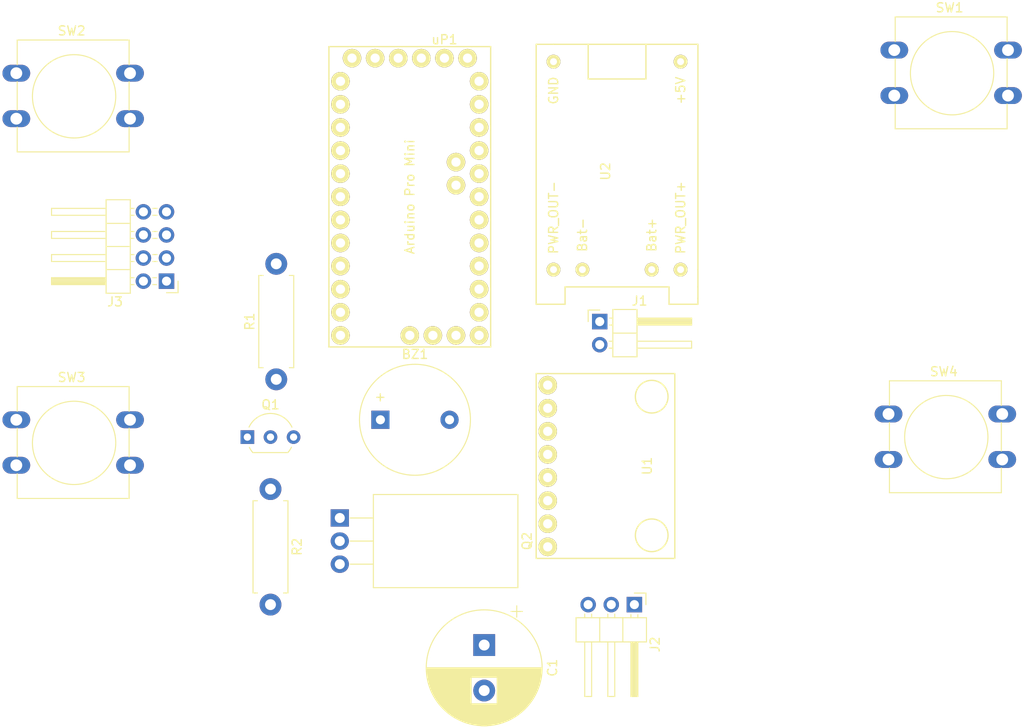
<source format=kicad_pcb>
(kicad_pcb (version 20171130) (host pcbnew 5.1.5-52549c5~84~ubuntu18.04.1)

  (general
    (thickness 1.6)
    (drawings 0)
    (tracks 0)
    (zones 0)
    (modules 16)
    (nets 18)
  )

  (page A4)
  (layers
    (0 F.Cu signal)
    (31 B.Cu signal)
    (32 B.Adhes user)
    (33 F.Adhes user)
    (34 B.Paste user)
    (35 F.Paste user)
    (36 B.SilkS user)
    (37 F.SilkS user)
    (38 B.Mask user)
    (39 F.Mask user)
    (40 Dwgs.User user)
    (41 Cmts.User user)
    (42 Eco1.User user)
    (43 Eco2.User user)
    (44 Edge.Cuts user)
    (45 Margin user)
    (46 B.CrtYd user)
    (47 F.CrtYd user)
    (48 B.Fab user)
    (49 F.Fab user)
  )

  (setup
    (last_trace_width 0.25)
    (trace_clearance 0.2)
    (zone_clearance 0.508)
    (zone_45_only no)
    (trace_min 0.2)
    (via_size 0.8)
    (via_drill 0.4)
    (via_min_size 0.4)
    (via_min_drill 0.3)
    (uvia_size 0.3)
    (uvia_drill 0.1)
    (uvias_allowed no)
    (uvia_min_size 0.2)
    (uvia_min_drill 0.1)
    (edge_width 0.05)
    (segment_width 0.2)
    (pcb_text_width 0.3)
    (pcb_text_size 1.5 1.5)
    (mod_edge_width 0.12)
    (mod_text_size 1 1)
    (mod_text_width 0.15)
    (pad_size 1.524 1.524)
    (pad_drill 0.762)
    (pad_to_mask_clearance 0.051)
    (solder_mask_min_width 0.25)
    (aux_axis_origin 0 0)
    (visible_elements FFFFFF7F)
    (pcbplotparams
      (layerselection 0x010fc_ffffffff)
      (usegerberextensions false)
      (usegerberattributes false)
      (usegerberadvancedattributes false)
      (creategerberjobfile false)
      (excludeedgelayer true)
      (linewidth 0.100000)
      (plotframeref false)
      (viasonmask false)
      (mode 1)
      (useauxorigin false)
      (hpglpennumber 1)
      (hpglpenspeed 20)
      (hpglpendiameter 15.000000)
      (psnegative false)
      (psa4output false)
      (plotreference true)
      (plotvalue true)
      (plotinvisibletext false)
      (padsonsilk false)
      (subtractmaskfromsilk false)
      (outputformat 1)
      (mirror false)
      (drillshape 1)
      (scaleselection 1)
      (outputdirectory ""))
  )

  (net 0 "")
  (net 1 GND)
  (net 2 +BATT)
  (net 3 /LIPO+)
  (net 4 /LIPO-)
  (net 5 /WS2812B_DATA_IN)
  (net 6 "Net-(J2-Pad3)")
  (net 7 /D5)
  (net 8 /D4)
  (net 9 /D3)
  (net 10 /D2)
  (net 11 "Net-(Q1-Pad2)")
  (net 12 "Net-(Q1-Pad3)")
  (net 13 /MPU_VCC)
  (net 14 /I2C_SCL)
  (net 15 /I2C_SDA)
  (net 16 /MOSFET_CTRL)
  (net 17 /BUZZER)

  (net_class Default "This is the default net class."
    (clearance 0.2)
    (trace_width 0.25)
    (via_dia 0.8)
    (via_drill 0.4)
    (uvia_dia 0.3)
    (uvia_drill 0.1)
    (add_net +BATT)
    (add_net /BUZZER)
    (add_net /D2)
    (add_net /D3)
    (add_net /D4)
    (add_net /D5)
    (add_net /I2C_SCL)
    (add_net /I2C_SDA)
    (add_net /LIPO+)
    (add_net /LIPO-)
    (add_net /MOSFET_CTRL)
    (add_net /MPU_VCC)
    (add_net /WS2812B_DATA_IN)
    (add_net GND)
    (add_net "Net-(J2-Pad3)")
    (add_net "Net-(Q1-Pad2)")
    (add_net "Net-(Q1-Pad3)")
  )

  (module Buzzer_Beeper:Buzzer_12x9.5RM7.6 (layer F.Cu) (tedit 5A030281) (tstamp 5DF42B0B)
    (at 155.595 92.71)
    (descr "Generic Buzzer, D12mm height 9.5mm with RM7.6mm")
    (tags buzzer)
    (path /5DF4D5E5)
    (fp_text reference BZ1 (at 3.8 -7.2) (layer F.SilkS)
      (effects (font (size 1 1) (thickness 0.15)))
    )
    (fp_text value Buzzer (at 3.8 7.4) (layer F.Fab)
      (effects (font (size 1 1) (thickness 0.15)))
    )
    (fp_text user + (at -0.01 -2.54) (layer F.Fab)
      (effects (font (size 1 1) (thickness 0.15)))
    )
    (fp_text user + (at -0.01 -2.54) (layer F.SilkS)
      (effects (font (size 1 1) (thickness 0.15)))
    )
    (fp_text user %R (at 3.8 -4) (layer F.Fab)
      (effects (font (size 1 1) (thickness 0.15)))
    )
    (fp_circle (center 3.8 0) (end 10.05 0) (layer F.CrtYd) (width 0.05))
    (fp_circle (center 3.8 0) (end 9.8 0) (layer F.Fab) (width 0.1))
    (fp_circle (center 3.8 0) (end 4.8 0) (layer F.Fab) (width 0.1))
    (fp_circle (center 3.8 0) (end 9.9 0) (layer F.SilkS) (width 0.12))
    (pad 1 thru_hole rect (at 0 0) (size 2 2) (drill 1) (layers *.Cu *.Mask)
      (net 17 /BUZZER))
    (pad 2 thru_hole circle (at 7.6 0) (size 2 2) (drill 1) (layers *.Cu *.Mask)
      (net 1 GND))
    (model ${KISYS3DMOD}/Buzzer_Beeper.3dshapes/Buzzer_12x9.5RM7.6.wrl
      (at (xyz 0 0 0))
      (scale (xyz 1 1 1))
      (rotate (xyz 0 0 0))
    )
  )

  (module Capacitor_THT:CP_Radial_D12.5mm_P5.00mm (layer F.Cu) (tedit 5AE50EF1) (tstamp 5DF42C01)
    (at 167.005 117.475 270)
    (descr "CP, Radial series, Radial, pin pitch=5.00mm, , diameter=12.5mm, Electrolytic Capacitor")
    (tags "CP Radial series Radial pin pitch 5.00mm  diameter 12.5mm Electrolytic Capacitor")
    (path /5DF4CB9F)
    (fp_text reference C1 (at 2.5 -7.5 90) (layer F.SilkS)
      (effects (font (size 1 1) (thickness 0.15)))
    )
    (fp_text value 1000microF (at 2.5 7.5 90) (layer F.Fab)
      (effects (font (size 1 1) (thickness 0.15)))
    )
    (fp_circle (center 2.5 0) (end 8.75 0) (layer F.Fab) (width 0.1))
    (fp_circle (center 2.5 0) (end 8.87 0) (layer F.SilkS) (width 0.12))
    (fp_circle (center 2.5 0) (end 9 0) (layer F.CrtYd) (width 0.05))
    (fp_line (start -2.866489 -2.7375) (end -1.616489 -2.7375) (layer F.Fab) (width 0.1))
    (fp_line (start -2.241489 -3.3625) (end -2.241489 -2.1125) (layer F.Fab) (width 0.1))
    (fp_line (start 2.5 -6.33) (end 2.5 6.33) (layer F.SilkS) (width 0.12))
    (fp_line (start 2.54 -6.33) (end 2.54 6.33) (layer F.SilkS) (width 0.12))
    (fp_line (start 2.58 -6.33) (end 2.58 6.33) (layer F.SilkS) (width 0.12))
    (fp_line (start 2.62 -6.329) (end 2.62 6.329) (layer F.SilkS) (width 0.12))
    (fp_line (start 2.66 -6.328) (end 2.66 6.328) (layer F.SilkS) (width 0.12))
    (fp_line (start 2.7 -6.327) (end 2.7 6.327) (layer F.SilkS) (width 0.12))
    (fp_line (start 2.74 -6.326) (end 2.74 6.326) (layer F.SilkS) (width 0.12))
    (fp_line (start 2.78 -6.324) (end 2.78 6.324) (layer F.SilkS) (width 0.12))
    (fp_line (start 2.82 -6.322) (end 2.82 6.322) (layer F.SilkS) (width 0.12))
    (fp_line (start 2.86 -6.32) (end 2.86 6.32) (layer F.SilkS) (width 0.12))
    (fp_line (start 2.9 -6.318) (end 2.9 6.318) (layer F.SilkS) (width 0.12))
    (fp_line (start 2.94 -6.315) (end 2.94 6.315) (layer F.SilkS) (width 0.12))
    (fp_line (start 2.98 -6.312) (end 2.98 6.312) (layer F.SilkS) (width 0.12))
    (fp_line (start 3.02 -6.309) (end 3.02 6.309) (layer F.SilkS) (width 0.12))
    (fp_line (start 3.06 -6.306) (end 3.06 6.306) (layer F.SilkS) (width 0.12))
    (fp_line (start 3.1 -6.302) (end 3.1 6.302) (layer F.SilkS) (width 0.12))
    (fp_line (start 3.14 -6.298) (end 3.14 6.298) (layer F.SilkS) (width 0.12))
    (fp_line (start 3.18 -6.294) (end 3.18 6.294) (layer F.SilkS) (width 0.12))
    (fp_line (start 3.221 -6.29) (end 3.221 6.29) (layer F.SilkS) (width 0.12))
    (fp_line (start 3.261 -6.285) (end 3.261 6.285) (layer F.SilkS) (width 0.12))
    (fp_line (start 3.301 -6.28) (end 3.301 6.28) (layer F.SilkS) (width 0.12))
    (fp_line (start 3.341 -6.275) (end 3.341 6.275) (layer F.SilkS) (width 0.12))
    (fp_line (start 3.381 -6.269) (end 3.381 6.269) (layer F.SilkS) (width 0.12))
    (fp_line (start 3.421 -6.264) (end 3.421 6.264) (layer F.SilkS) (width 0.12))
    (fp_line (start 3.461 -6.258) (end 3.461 6.258) (layer F.SilkS) (width 0.12))
    (fp_line (start 3.501 -6.252) (end 3.501 6.252) (layer F.SilkS) (width 0.12))
    (fp_line (start 3.541 -6.245) (end 3.541 6.245) (layer F.SilkS) (width 0.12))
    (fp_line (start 3.581 -6.238) (end 3.581 -1.44) (layer F.SilkS) (width 0.12))
    (fp_line (start 3.581 1.44) (end 3.581 6.238) (layer F.SilkS) (width 0.12))
    (fp_line (start 3.621 -6.231) (end 3.621 -1.44) (layer F.SilkS) (width 0.12))
    (fp_line (start 3.621 1.44) (end 3.621 6.231) (layer F.SilkS) (width 0.12))
    (fp_line (start 3.661 -6.224) (end 3.661 -1.44) (layer F.SilkS) (width 0.12))
    (fp_line (start 3.661 1.44) (end 3.661 6.224) (layer F.SilkS) (width 0.12))
    (fp_line (start 3.701 -6.216) (end 3.701 -1.44) (layer F.SilkS) (width 0.12))
    (fp_line (start 3.701 1.44) (end 3.701 6.216) (layer F.SilkS) (width 0.12))
    (fp_line (start 3.741 -6.209) (end 3.741 -1.44) (layer F.SilkS) (width 0.12))
    (fp_line (start 3.741 1.44) (end 3.741 6.209) (layer F.SilkS) (width 0.12))
    (fp_line (start 3.781 -6.201) (end 3.781 -1.44) (layer F.SilkS) (width 0.12))
    (fp_line (start 3.781 1.44) (end 3.781 6.201) (layer F.SilkS) (width 0.12))
    (fp_line (start 3.821 -6.192) (end 3.821 -1.44) (layer F.SilkS) (width 0.12))
    (fp_line (start 3.821 1.44) (end 3.821 6.192) (layer F.SilkS) (width 0.12))
    (fp_line (start 3.861 -6.184) (end 3.861 -1.44) (layer F.SilkS) (width 0.12))
    (fp_line (start 3.861 1.44) (end 3.861 6.184) (layer F.SilkS) (width 0.12))
    (fp_line (start 3.901 -6.175) (end 3.901 -1.44) (layer F.SilkS) (width 0.12))
    (fp_line (start 3.901 1.44) (end 3.901 6.175) (layer F.SilkS) (width 0.12))
    (fp_line (start 3.941 -6.166) (end 3.941 -1.44) (layer F.SilkS) (width 0.12))
    (fp_line (start 3.941 1.44) (end 3.941 6.166) (layer F.SilkS) (width 0.12))
    (fp_line (start 3.981 -6.156) (end 3.981 -1.44) (layer F.SilkS) (width 0.12))
    (fp_line (start 3.981 1.44) (end 3.981 6.156) (layer F.SilkS) (width 0.12))
    (fp_line (start 4.021 -6.146) (end 4.021 -1.44) (layer F.SilkS) (width 0.12))
    (fp_line (start 4.021 1.44) (end 4.021 6.146) (layer F.SilkS) (width 0.12))
    (fp_line (start 4.061 -6.137) (end 4.061 -1.44) (layer F.SilkS) (width 0.12))
    (fp_line (start 4.061 1.44) (end 4.061 6.137) (layer F.SilkS) (width 0.12))
    (fp_line (start 4.101 -6.126) (end 4.101 -1.44) (layer F.SilkS) (width 0.12))
    (fp_line (start 4.101 1.44) (end 4.101 6.126) (layer F.SilkS) (width 0.12))
    (fp_line (start 4.141 -6.116) (end 4.141 -1.44) (layer F.SilkS) (width 0.12))
    (fp_line (start 4.141 1.44) (end 4.141 6.116) (layer F.SilkS) (width 0.12))
    (fp_line (start 4.181 -6.105) (end 4.181 -1.44) (layer F.SilkS) (width 0.12))
    (fp_line (start 4.181 1.44) (end 4.181 6.105) (layer F.SilkS) (width 0.12))
    (fp_line (start 4.221 -6.094) (end 4.221 -1.44) (layer F.SilkS) (width 0.12))
    (fp_line (start 4.221 1.44) (end 4.221 6.094) (layer F.SilkS) (width 0.12))
    (fp_line (start 4.261 -6.083) (end 4.261 -1.44) (layer F.SilkS) (width 0.12))
    (fp_line (start 4.261 1.44) (end 4.261 6.083) (layer F.SilkS) (width 0.12))
    (fp_line (start 4.301 -6.071) (end 4.301 -1.44) (layer F.SilkS) (width 0.12))
    (fp_line (start 4.301 1.44) (end 4.301 6.071) (layer F.SilkS) (width 0.12))
    (fp_line (start 4.341 -6.059) (end 4.341 -1.44) (layer F.SilkS) (width 0.12))
    (fp_line (start 4.341 1.44) (end 4.341 6.059) (layer F.SilkS) (width 0.12))
    (fp_line (start 4.381 -6.047) (end 4.381 -1.44) (layer F.SilkS) (width 0.12))
    (fp_line (start 4.381 1.44) (end 4.381 6.047) (layer F.SilkS) (width 0.12))
    (fp_line (start 4.421 -6.034) (end 4.421 -1.44) (layer F.SilkS) (width 0.12))
    (fp_line (start 4.421 1.44) (end 4.421 6.034) (layer F.SilkS) (width 0.12))
    (fp_line (start 4.461 -6.021) (end 4.461 -1.44) (layer F.SilkS) (width 0.12))
    (fp_line (start 4.461 1.44) (end 4.461 6.021) (layer F.SilkS) (width 0.12))
    (fp_line (start 4.501 -6.008) (end 4.501 -1.44) (layer F.SilkS) (width 0.12))
    (fp_line (start 4.501 1.44) (end 4.501 6.008) (layer F.SilkS) (width 0.12))
    (fp_line (start 4.541 -5.995) (end 4.541 -1.44) (layer F.SilkS) (width 0.12))
    (fp_line (start 4.541 1.44) (end 4.541 5.995) (layer F.SilkS) (width 0.12))
    (fp_line (start 4.581 -5.981) (end 4.581 -1.44) (layer F.SilkS) (width 0.12))
    (fp_line (start 4.581 1.44) (end 4.581 5.981) (layer F.SilkS) (width 0.12))
    (fp_line (start 4.621 -5.967) (end 4.621 -1.44) (layer F.SilkS) (width 0.12))
    (fp_line (start 4.621 1.44) (end 4.621 5.967) (layer F.SilkS) (width 0.12))
    (fp_line (start 4.661 -5.953) (end 4.661 -1.44) (layer F.SilkS) (width 0.12))
    (fp_line (start 4.661 1.44) (end 4.661 5.953) (layer F.SilkS) (width 0.12))
    (fp_line (start 4.701 -5.939) (end 4.701 -1.44) (layer F.SilkS) (width 0.12))
    (fp_line (start 4.701 1.44) (end 4.701 5.939) (layer F.SilkS) (width 0.12))
    (fp_line (start 4.741 -5.924) (end 4.741 -1.44) (layer F.SilkS) (width 0.12))
    (fp_line (start 4.741 1.44) (end 4.741 5.924) (layer F.SilkS) (width 0.12))
    (fp_line (start 4.781 -5.908) (end 4.781 -1.44) (layer F.SilkS) (width 0.12))
    (fp_line (start 4.781 1.44) (end 4.781 5.908) (layer F.SilkS) (width 0.12))
    (fp_line (start 4.821 -5.893) (end 4.821 -1.44) (layer F.SilkS) (width 0.12))
    (fp_line (start 4.821 1.44) (end 4.821 5.893) (layer F.SilkS) (width 0.12))
    (fp_line (start 4.861 -5.877) (end 4.861 -1.44) (layer F.SilkS) (width 0.12))
    (fp_line (start 4.861 1.44) (end 4.861 5.877) (layer F.SilkS) (width 0.12))
    (fp_line (start 4.901 -5.861) (end 4.901 -1.44) (layer F.SilkS) (width 0.12))
    (fp_line (start 4.901 1.44) (end 4.901 5.861) (layer F.SilkS) (width 0.12))
    (fp_line (start 4.941 -5.845) (end 4.941 -1.44) (layer F.SilkS) (width 0.12))
    (fp_line (start 4.941 1.44) (end 4.941 5.845) (layer F.SilkS) (width 0.12))
    (fp_line (start 4.981 -5.828) (end 4.981 -1.44) (layer F.SilkS) (width 0.12))
    (fp_line (start 4.981 1.44) (end 4.981 5.828) (layer F.SilkS) (width 0.12))
    (fp_line (start 5.021 -5.811) (end 5.021 -1.44) (layer F.SilkS) (width 0.12))
    (fp_line (start 5.021 1.44) (end 5.021 5.811) (layer F.SilkS) (width 0.12))
    (fp_line (start 5.061 -5.793) (end 5.061 -1.44) (layer F.SilkS) (width 0.12))
    (fp_line (start 5.061 1.44) (end 5.061 5.793) (layer F.SilkS) (width 0.12))
    (fp_line (start 5.101 -5.776) (end 5.101 -1.44) (layer F.SilkS) (width 0.12))
    (fp_line (start 5.101 1.44) (end 5.101 5.776) (layer F.SilkS) (width 0.12))
    (fp_line (start 5.141 -5.758) (end 5.141 -1.44) (layer F.SilkS) (width 0.12))
    (fp_line (start 5.141 1.44) (end 5.141 5.758) (layer F.SilkS) (width 0.12))
    (fp_line (start 5.181 -5.739) (end 5.181 -1.44) (layer F.SilkS) (width 0.12))
    (fp_line (start 5.181 1.44) (end 5.181 5.739) (layer F.SilkS) (width 0.12))
    (fp_line (start 5.221 -5.721) (end 5.221 -1.44) (layer F.SilkS) (width 0.12))
    (fp_line (start 5.221 1.44) (end 5.221 5.721) (layer F.SilkS) (width 0.12))
    (fp_line (start 5.261 -5.702) (end 5.261 -1.44) (layer F.SilkS) (width 0.12))
    (fp_line (start 5.261 1.44) (end 5.261 5.702) (layer F.SilkS) (width 0.12))
    (fp_line (start 5.301 -5.682) (end 5.301 -1.44) (layer F.SilkS) (width 0.12))
    (fp_line (start 5.301 1.44) (end 5.301 5.682) (layer F.SilkS) (width 0.12))
    (fp_line (start 5.341 -5.662) (end 5.341 -1.44) (layer F.SilkS) (width 0.12))
    (fp_line (start 5.341 1.44) (end 5.341 5.662) (layer F.SilkS) (width 0.12))
    (fp_line (start 5.381 -5.642) (end 5.381 -1.44) (layer F.SilkS) (width 0.12))
    (fp_line (start 5.381 1.44) (end 5.381 5.642) (layer F.SilkS) (width 0.12))
    (fp_line (start 5.421 -5.622) (end 5.421 -1.44) (layer F.SilkS) (width 0.12))
    (fp_line (start 5.421 1.44) (end 5.421 5.622) (layer F.SilkS) (width 0.12))
    (fp_line (start 5.461 -5.601) (end 5.461 -1.44) (layer F.SilkS) (width 0.12))
    (fp_line (start 5.461 1.44) (end 5.461 5.601) (layer F.SilkS) (width 0.12))
    (fp_line (start 5.501 -5.58) (end 5.501 -1.44) (layer F.SilkS) (width 0.12))
    (fp_line (start 5.501 1.44) (end 5.501 5.58) (layer F.SilkS) (width 0.12))
    (fp_line (start 5.541 -5.558) (end 5.541 -1.44) (layer F.SilkS) (width 0.12))
    (fp_line (start 5.541 1.44) (end 5.541 5.558) (layer F.SilkS) (width 0.12))
    (fp_line (start 5.581 -5.536) (end 5.581 -1.44) (layer F.SilkS) (width 0.12))
    (fp_line (start 5.581 1.44) (end 5.581 5.536) (layer F.SilkS) (width 0.12))
    (fp_line (start 5.621 -5.514) (end 5.621 -1.44) (layer F.SilkS) (width 0.12))
    (fp_line (start 5.621 1.44) (end 5.621 5.514) (layer F.SilkS) (width 0.12))
    (fp_line (start 5.661 -5.491) (end 5.661 -1.44) (layer F.SilkS) (width 0.12))
    (fp_line (start 5.661 1.44) (end 5.661 5.491) (layer F.SilkS) (width 0.12))
    (fp_line (start 5.701 -5.468) (end 5.701 -1.44) (layer F.SilkS) (width 0.12))
    (fp_line (start 5.701 1.44) (end 5.701 5.468) (layer F.SilkS) (width 0.12))
    (fp_line (start 5.741 -5.445) (end 5.741 -1.44) (layer F.SilkS) (width 0.12))
    (fp_line (start 5.741 1.44) (end 5.741 5.445) (layer F.SilkS) (width 0.12))
    (fp_line (start 5.781 -5.421) (end 5.781 -1.44) (layer F.SilkS) (width 0.12))
    (fp_line (start 5.781 1.44) (end 5.781 5.421) (layer F.SilkS) (width 0.12))
    (fp_line (start 5.821 -5.397) (end 5.821 -1.44) (layer F.SilkS) (width 0.12))
    (fp_line (start 5.821 1.44) (end 5.821 5.397) (layer F.SilkS) (width 0.12))
    (fp_line (start 5.861 -5.372) (end 5.861 -1.44) (layer F.SilkS) (width 0.12))
    (fp_line (start 5.861 1.44) (end 5.861 5.372) (layer F.SilkS) (width 0.12))
    (fp_line (start 5.901 -5.347) (end 5.901 -1.44) (layer F.SilkS) (width 0.12))
    (fp_line (start 5.901 1.44) (end 5.901 5.347) (layer F.SilkS) (width 0.12))
    (fp_line (start 5.941 -5.322) (end 5.941 -1.44) (layer F.SilkS) (width 0.12))
    (fp_line (start 5.941 1.44) (end 5.941 5.322) (layer F.SilkS) (width 0.12))
    (fp_line (start 5.981 -5.296) (end 5.981 -1.44) (layer F.SilkS) (width 0.12))
    (fp_line (start 5.981 1.44) (end 5.981 5.296) (layer F.SilkS) (width 0.12))
    (fp_line (start 6.021 -5.27) (end 6.021 -1.44) (layer F.SilkS) (width 0.12))
    (fp_line (start 6.021 1.44) (end 6.021 5.27) (layer F.SilkS) (width 0.12))
    (fp_line (start 6.061 -5.243) (end 6.061 -1.44) (layer F.SilkS) (width 0.12))
    (fp_line (start 6.061 1.44) (end 6.061 5.243) (layer F.SilkS) (width 0.12))
    (fp_line (start 6.101 -5.216) (end 6.101 -1.44) (layer F.SilkS) (width 0.12))
    (fp_line (start 6.101 1.44) (end 6.101 5.216) (layer F.SilkS) (width 0.12))
    (fp_line (start 6.141 -5.188) (end 6.141 -1.44) (layer F.SilkS) (width 0.12))
    (fp_line (start 6.141 1.44) (end 6.141 5.188) (layer F.SilkS) (width 0.12))
    (fp_line (start 6.181 -5.16) (end 6.181 -1.44) (layer F.SilkS) (width 0.12))
    (fp_line (start 6.181 1.44) (end 6.181 5.16) (layer F.SilkS) (width 0.12))
    (fp_line (start 6.221 -5.131) (end 6.221 -1.44) (layer F.SilkS) (width 0.12))
    (fp_line (start 6.221 1.44) (end 6.221 5.131) (layer F.SilkS) (width 0.12))
    (fp_line (start 6.261 -5.102) (end 6.261 -1.44) (layer F.SilkS) (width 0.12))
    (fp_line (start 6.261 1.44) (end 6.261 5.102) (layer F.SilkS) (width 0.12))
    (fp_line (start 6.301 -5.073) (end 6.301 -1.44) (layer F.SilkS) (width 0.12))
    (fp_line (start 6.301 1.44) (end 6.301 5.073) (layer F.SilkS) (width 0.12))
    (fp_line (start 6.341 -5.043) (end 6.341 -1.44) (layer F.SilkS) (width 0.12))
    (fp_line (start 6.341 1.44) (end 6.341 5.043) (layer F.SilkS) (width 0.12))
    (fp_line (start 6.381 -5.012) (end 6.381 -1.44) (layer F.SilkS) (width 0.12))
    (fp_line (start 6.381 1.44) (end 6.381 5.012) (layer F.SilkS) (width 0.12))
    (fp_line (start 6.421 -4.982) (end 6.421 -1.44) (layer F.SilkS) (width 0.12))
    (fp_line (start 6.421 1.44) (end 6.421 4.982) (layer F.SilkS) (width 0.12))
    (fp_line (start 6.461 -4.95) (end 6.461 4.95) (layer F.SilkS) (width 0.12))
    (fp_line (start 6.501 -4.918) (end 6.501 4.918) (layer F.SilkS) (width 0.12))
    (fp_line (start 6.541 -4.885) (end 6.541 4.885) (layer F.SilkS) (width 0.12))
    (fp_line (start 6.581 -4.852) (end 6.581 4.852) (layer F.SilkS) (width 0.12))
    (fp_line (start 6.621 -4.819) (end 6.621 4.819) (layer F.SilkS) (width 0.12))
    (fp_line (start 6.661 -4.785) (end 6.661 4.785) (layer F.SilkS) (width 0.12))
    (fp_line (start 6.701 -4.75) (end 6.701 4.75) (layer F.SilkS) (width 0.12))
    (fp_line (start 6.741 -4.714) (end 6.741 4.714) (layer F.SilkS) (width 0.12))
    (fp_line (start 6.781 -4.678) (end 6.781 4.678) (layer F.SilkS) (width 0.12))
    (fp_line (start 6.821 -4.642) (end 6.821 4.642) (layer F.SilkS) (width 0.12))
    (fp_line (start 6.861 -4.605) (end 6.861 4.605) (layer F.SilkS) (width 0.12))
    (fp_line (start 6.901 -4.567) (end 6.901 4.567) (layer F.SilkS) (width 0.12))
    (fp_line (start 6.941 -4.528) (end 6.941 4.528) (layer F.SilkS) (width 0.12))
    (fp_line (start 6.981 -4.489) (end 6.981 4.489) (layer F.SilkS) (width 0.12))
    (fp_line (start 7.021 -4.449) (end 7.021 4.449) (layer F.SilkS) (width 0.12))
    (fp_line (start 7.061 -4.408) (end 7.061 4.408) (layer F.SilkS) (width 0.12))
    (fp_line (start 7.101 -4.367) (end 7.101 4.367) (layer F.SilkS) (width 0.12))
    (fp_line (start 7.141 -4.325) (end 7.141 4.325) (layer F.SilkS) (width 0.12))
    (fp_line (start 7.181 -4.282) (end 7.181 4.282) (layer F.SilkS) (width 0.12))
    (fp_line (start 7.221 -4.238) (end 7.221 4.238) (layer F.SilkS) (width 0.12))
    (fp_line (start 7.261 -4.194) (end 7.261 4.194) (layer F.SilkS) (width 0.12))
    (fp_line (start 7.301 -4.148) (end 7.301 4.148) (layer F.SilkS) (width 0.12))
    (fp_line (start 7.341 -4.102) (end 7.341 4.102) (layer F.SilkS) (width 0.12))
    (fp_line (start 7.381 -4.055) (end 7.381 4.055) (layer F.SilkS) (width 0.12))
    (fp_line (start 7.421 -4.007) (end 7.421 4.007) (layer F.SilkS) (width 0.12))
    (fp_line (start 7.461 -3.957) (end 7.461 3.957) (layer F.SilkS) (width 0.12))
    (fp_line (start 7.501 -3.907) (end 7.501 3.907) (layer F.SilkS) (width 0.12))
    (fp_line (start 7.541 -3.856) (end 7.541 3.856) (layer F.SilkS) (width 0.12))
    (fp_line (start 7.581 -3.804) (end 7.581 3.804) (layer F.SilkS) (width 0.12))
    (fp_line (start 7.621 -3.75) (end 7.621 3.75) (layer F.SilkS) (width 0.12))
    (fp_line (start 7.661 -3.696) (end 7.661 3.696) (layer F.SilkS) (width 0.12))
    (fp_line (start 7.701 -3.64) (end 7.701 3.64) (layer F.SilkS) (width 0.12))
    (fp_line (start 7.741 -3.583) (end 7.741 3.583) (layer F.SilkS) (width 0.12))
    (fp_line (start 7.781 -3.524) (end 7.781 3.524) (layer F.SilkS) (width 0.12))
    (fp_line (start 7.821 -3.464) (end 7.821 3.464) (layer F.SilkS) (width 0.12))
    (fp_line (start 7.861 -3.402) (end 7.861 3.402) (layer F.SilkS) (width 0.12))
    (fp_line (start 7.901 -3.339) (end 7.901 3.339) (layer F.SilkS) (width 0.12))
    (fp_line (start 7.941 -3.275) (end 7.941 3.275) (layer F.SilkS) (width 0.12))
    (fp_line (start 7.981 -3.208) (end 7.981 3.208) (layer F.SilkS) (width 0.12))
    (fp_line (start 8.021 -3.14) (end 8.021 3.14) (layer F.SilkS) (width 0.12))
    (fp_line (start 8.061 -3.069) (end 8.061 3.069) (layer F.SilkS) (width 0.12))
    (fp_line (start 8.101 -2.996) (end 8.101 2.996) (layer F.SilkS) (width 0.12))
    (fp_line (start 8.141 -2.921) (end 8.141 2.921) (layer F.SilkS) (width 0.12))
    (fp_line (start 8.181 -2.844) (end 8.181 2.844) (layer F.SilkS) (width 0.12))
    (fp_line (start 8.221 -2.764) (end 8.221 2.764) (layer F.SilkS) (width 0.12))
    (fp_line (start 8.261 -2.681) (end 8.261 2.681) (layer F.SilkS) (width 0.12))
    (fp_line (start 8.301 -2.594) (end 8.301 2.594) (layer F.SilkS) (width 0.12))
    (fp_line (start 8.341 -2.504) (end 8.341 2.504) (layer F.SilkS) (width 0.12))
    (fp_line (start 8.381 -2.41) (end 8.381 2.41) (layer F.SilkS) (width 0.12))
    (fp_line (start 8.421 -2.312) (end 8.421 2.312) (layer F.SilkS) (width 0.12))
    (fp_line (start 8.461 -2.209) (end 8.461 2.209) (layer F.SilkS) (width 0.12))
    (fp_line (start 8.501 -2.1) (end 8.501 2.1) (layer F.SilkS) (width 0.12))
    (fp_line (start 8.541 -1.984) (end 8.541 1.984) (layer F.SilkS) (width 0.12))
    (fp_line (start 8.581 -1.861) (end 8.581 1.861) (layer F.SilkS) (width 0.12))
    (fp_line (start 8.621 -1.728) (end 8.621 1.728) (layer F.SilkS) (width 0.12))
    (fp_line (start 8.661 -1.583) (end 8.661 1.583) (layer F.SilkS) (width 0.12))
    (fp_line (start 8.701 -1.422) (end 8.701 1.422) (layer F.SilkS) (width 0.12))
    (fp_line (start 8.741 -1.241) (end 8.741 1.241) (layer F.SilkS) (width 0.12))
    (fp_line (start 8.781 -1.028) (end 8.781 1.028) (layer F.SilkS) (width 0.12))
    (fp_line (start 8.821 -0.757) (end 8.821 0.757) (layer F.SilkS) (width 0.12))
    (fp_line (start 8.861 -0.317) (end 8.861 0.317) (layer F.SilkS) (width 0.12))
    (fp_line (start -4.317082 -3.575) (end -3.067082 -3.575) (layer F.SilkS) (width 0.12))
    (fp_line (start -3.692082 -4.2) (end -3.692082 -2.95) (layer F.SilkS) (width 0.12))
    (fp_text user %R (at 2.5 0 90) (layer F.Fab)
      (effects (font (size 1 1) (thickness 0.15)))
    )
    (pad 1 thru_hole rect (at 0 0 270) (size 2.4 2.4) (drill 1.2) (layers *.Cu *.Mask)
      (net 2 +BATT))
    (pad 2 thru_hole circle (at 5 0 270) (size 2.4 2.4) (drill 1.2) (layers *.Cu *.Mask)
      (net 1 GND))
    (model ${KISYS3DMOD}/Capacitor_THT.3dshapes/CP_Radial_D12.5mm_P5.00mm.wrl
      (at (xyz 0 0 0))
      (scale (xyz 1 1 1))
      (rotate (xyz 0 0 0))
    )
  )

  (module Connector_PinHeader_2.54mm:PinHeader_1x02_P2.54mm_Horizontal (layer F.Cu) (tedit 59FED5CB) (tstamp 5DF42C34)
    (at 179.705 81.915)
    (descr "Through hole angled pin header, 1x02, 2.54mm pitch, 6mm pin length, single row")
    (tags "Through hole angled pin header THT 1x02 2.54mm single row")
    (path /5DF589A3)
    (fp_text reference J1 (at 4.385 -2.27) (layer F.SilkS)
      (effects (font (size 1 1) (thickness 0.15)))
    )
    (fp_text value LIPO_IN (at 4.385 4.81) (layer F.Fab)
      (effects (font (size 1 1) (thickness 0.15)))
    )
    (fp_line (start 2.135 -1.27) (end 4.04 -1.27) (layer F.Fab) (width 0.1))
    (fp_line (start 4.04 -1.27) (end 4.04 3.81) (layer F.Fab) (width 0.1))
    (fp_line (start 4.04 3.81) (end 1.5 3.81) (layer F.Fab) (width 0.1))
    (fp_line (start 1.5 3.81) (end 1.5 -0.635) (layer F.Fab) (width 0.1))
    (fp_line (start 1.5 -0.635) (end 2.135 -1.27) (layer F.Fab) (width 0.1))
    (fp_line (start -0.32 -0.32) (end 1.5 -0.32) (layer F.Fab) (width 0.1))
    (fp_line (start -0.32 -0.32) (end -0.32 0.32) (layer F.Fab) (width 0.1))
    (fp_line (start -0.32 0.32) (end 1.5 0.32) (layer F.Fab) (width 0.1))
    (fp_line (start 4.04 -0.32) (end 10.04 -0.32) (layer F.Fab) (width 0.1))
    (fp_line (start 10.04 -0.32) (end 10.04 0.32) (layer F.Fab) (width 0.1))
    (fp_line (start 4.04 0.32) (end 10.04 0.32) (layer F.Fab) (width 0.1))
    (fp_line (start -0.32 2.22) (end 1.5 2.22) (layer F.Fab) (width 0.1))
    (fp_line (start -0.32 2.22) (end -0.32 2.86) (layer F.Fab) (width 0.1))
    (fp_line (start -0.32 2.86) (end 1.5 2.86) (layer F.Fab) (width 0.1))
    (fp_line (start 4.04 2.22) (end 10.04 2.22) (layer F.Fab) (width 0.1))
    (fp_line (start 10.04 2.22) (end 10.04 2.86) (layer F.Fab) (width 0.1))
    (fp_line (start 4.04 2.86) (end 10.04 2.86) (layer F.Fab) (width 0.1))
    (fp_line (start 1.44 -1.33) (end 1.44 3.87) (layer F.SilkS) (width 0.12))
    (fp_line (start 1.44 3.87) (end 4.1 3.87) (layer F.SilkS) (width 0.12))
    (fp_line (start 4.1 3.87) (end 4.1 -1.33) (layer F.SilkS) (width 0.12))
    (fp_line (start 4.1 -1.33) (end 1.44 -1.33) (layer F.SilkS) (width 0.12))
    (fp_line (start 4.1 -0.38) (end 10.1 -0.38) (layer F.SilkS) (width 0.12))
    (fp_line (start 10.1 -0.38) (end 10.1 0.38) (layer F.SilkS) (width 0.12))
    (fp_line (start 10.1 0.38) (end 4.1 0.38) (layer F.SilkS) (width 0.12))
    (fp_line (start 4.1 -0.32) (end 10.1 -0.32) (layer F.SilkS) (width 0.12))
    (fp_line (start 4.1 -0.2) (end 10.1 -0.2) (layer F.SilkS) (width 0.12))
    (fp_line (start 4.1 -0.08) (end 10.1 -0.08) (layer F.SilkS) (width 0.12))
    (fp_line (start 4.1 0.04) (end 10.1 0.04) (layer F.SilkS) (width 0.12))
    (fp_line (start 4.1 0.16) (end 10.1 0.16) (layer F.SilkS) (width 0.12))
    (fp_line (start 4.1 0.28) (end 10.1 0.28) (layer F.SilkS) (width 0.12))
    (fp_line (start 1.11 -0.38) (end 1.44 -0.38) (layer F.SilkS) (width 0.12))
    (fp_line (start 1.11 0.38) (end 1.44 0.38) (layer F.SilkS) (width 0.12))
    (fp_line (start 1.44 1.27) (end 4.1 1.27) (layer F.SilkS) (width 0.12))
    (fp_line (start 4.1 2.16) (end 10.1 2.16) (layer F.SilkS) (width 0.12))
    (fp_line (start 10.1 2.16) (end 10.1 2.92) (layer F.SilkS) (width 0.12))
    (fp_line (start 10.1 2.92) (end 4.1 2.92) (layer F.SilkS) (width 0.12))
    (fp_line (start 1.042929 2.16) (end 1.44 2.16) (layer F.SilkS) (width 0.12))
    (fp_line (start 1.042929 2.92) (end 1.44 2.92) (layer F.SilkS) (width 0.12))
    (fp_line (start -1.27 0) (end -1.27 -1.27) (layer F.SilkS) (width 0.12))
    (fp_line (start -1.27 -1.27) (end 0 -1.27) (layer F.SilkS) (width 0.12))
    (fp_line (start -1.8 -1.8) (end -1.8 4.35) (layer F.CrtYd) (width 0.05))
    (fp_line (start -1.8 4.35) (end 10.55 4.35) (layer F.CrtYd) (width 0.05))
    (fp_line (start 10.55 4.35) (end 10.55 -1.8) (layer F.CrtYd) (width 0.05))
    (fp_line (start 10.55 -1.8) (end -1.8 -1.8) (layer F.CrtYd) (width 0.05))
    (fp_text user %R (at 2.77 1.27 90) (layer F.Fab)
      (effects (font (size 1 1) (thickness 0.15)))
    )
    (pad 1 thru_hole rect (at 0 0) (size 1.7 1.7) (drill 1) (layers *.Cu *.Mask)
      (net 3 /LIPO+))
    (pad 2 thru_hole oval (at 0 2.54) (size 1.7 1.7) (drill 1) (layers *.Cu *.Mask)
      (net 4 /LIPO-))
    (model ${KISYS3DMOD}/Connector_PinHeader_2.54mm.3dshapes/PinHeader_1x02_P2.54mm_Horizontal.wrl
      (at (xyz 0 0 0))
      (scale (xyz 1 1 1))
      (rotate (xyz 0 0 0))
    )
  )

  (module Connector_PinHeader_2.54mm:PinHeader_1x03_P2.54mm_Horizontal (layer F.Cu) (tedit 59FED5CB) (tstamp 5DF42C74)
    (at 183.515 113.03 270)
    (descr "Through hole angled pin header, 1x03, 2.54mm pitch, 6mm pin length, single row")
    (tags "Through hole angled pin header THT 1x03 2.54mm single row")
    (path /5DF48FB5)
    (fp_text reference J2 (at 4.385 -2.27 90) (layer F.SilkS)
      (effects (font (size 1 1) (thickness 0.15)))
    )
    (fp_text value WS2812B_LED_MATRIX (at 4.385 7.35 90) (layer F.Fab)
      (effects (font (size 1 1) (thickness 0.15)))
    )
    (fp_line (start 2.135 -1.27) (end 4.04 -1.27) (layer F.Fab) (width 0.1))
    (fp_line (start 4.04 -1.27) (end 4.04 6.35) (layer F.Fab) (width 0.1))
    (fp_line (start 4.04 6.35) (end 1.5 6.35) (layer F.Fab) (width 0.1))
    (fp_line (start 1.5 6.35) (end 1.5 -0.635) (layer F.Fab) (width 0.1))
    (fp_line (start 1.5 -0.635) (end 2.135 -1.27) (layer F.Fab) (width 0.1))
    (fp_line (start -0.32 -0.32) (end 1.5 -0.32) (layer F.Fab) (width 0.1))
    (fp_line (start -0.32 -0.32) (end -0.32 0.32) (layer F.Fab) (width 0.1))
    (fp_line (start -0.32 0.32) (end 1.5 0.32) (layer F.Fab) (width 0.1))
    (fp_line (start 4.04 -0.32) (end 10.04 -0.32) (layer F.Fab) (width 0.1))
    (fp_line (start 10.04 -0.32) (end 10.04 0.32) (layer F.Fab) (width 0.1))
    (fp_line (start 4.04 0.32) (end 10.04 0.32) (layer F.Fab) (width 0.1))
    (fp_line (start -0.32 2.22) (end 1.5 2.22) (layer F.Fab) (width 0.1))
    (fp_line (start -0.32 2.22) (end -0.32 2.86) (layer F.Fab) (width 0.1))
    (fp_line (start -0.32 2.86) (end 1.5 2.86) (layer F.Fab) (width 0.1))
    (fp_line (start 4.04 2.22) (end 10.04 2.22) (layer F.Fab) (width 0.1))
    (fp_line (start 10.04 2.22) (end 10.04 2.86) (layer F.Fab) (width 0.1))
    (fp_line (start 4.04 2.86) (end 10.04 2.86) (layer F.Fab) (width 0.1))
    (fp_line (start -0.32 4.76) (end 1.5 4.76) (layer F.Fab) (width 0.1))
    (fp_line (start -0.32 4.76) (end -0.32 5.4) (layer F.Fab) (width 0.1))
    (fp_line (start -0.32 5.4) (end 1.5 5.4) (layer F.Fab) (width 0.1))
    (fp_line (start 4.04 4.76) (end 10.04 4.76) (layer F.Fab) (width 0.1))
    (fp_line (start 10.04 4.76) (end 10.04 5.4) (layer F.Fab) (width 0.1))
    (fp_line (start 4.04 5.4) (end 10.04 5.4) (layer F.Fab) (width 0.1))
    (fp_line (start 1.44 -1.33) (end 1.44 6.41) (layer F.SilkS) (width 0.12))
    (fp_line (start 1.44 6.41) (end 4.1 6.41) (layer F.SilkS) (width 0.12))
    (fp_line (start 4.1 6.41) (end 4.1 -1.33) (layer F.SilkS) (width 0.12))
    (fp_line (start 4.1 -1.33) (end 1.44 -1.33) (layer F.SilkS) (width 0.12))
    (fp_line (start 4.1 -0.38) (end 10.1 -0.38) (layer F.SilkS) (width 0.12))
    (fp_line (start 10.1 -0.38) (end 10.1 0.38) (layer F.SilkS) (width 0.12))
    (fp_line (start 10.1 0.38) (end 4.1 0.38) (layer F.SilkS) (width 0.12))
    (fp_line (start 4.1 -0.32) (end 10.1 -0.32) (layer F.SilkS) (width 0.12))
    (fp_line (start 4.1 -0.2) (end 10.1 -0.2) (layer F.SilkS) (width 0.12))
    (fp_line (start 4.1 -0.08) (end 10.1 -0.08) (layer F.SilkS) (width 0.12))
    (fp_line (start 4.1 0.04) (end 10.1 0.04) (layer F.SilkS) (width 0.12))
    (fp_line (start 4.1 0.16) (end 10.1 0.16) (layer F.SilkS) (width 0.12))
    (fp_line (start 4.1 0.28) (end 10.1 0.28) (layer F.SilkS) (width 0.12))
    (fp_line (start 1.11 -0.38) (end 1.44 -0.38) (layer F.SilkS) (width 0.12))
    (fp_line (start 1.11 0.38) (end 1.44 0.38) (layer F.SilkS) (width 0.12))
    (fp_line (start 1.44 1.27) (end 4.1 1.27) (layer F.SilkS) (width 0.12))
    (fp_line (start 4.1 2.16) (end 10.1 2.16) (layer F.SilkS) (width 0.12))
    (fp_line (start 10.1 2.16) (end 10.1 2.92) (layer F.SilkS) (width 0.12))
    (fp_line (start 10.1 2.92) (end 4.1 2.92) (layer F.SilkS) (width 0.12))
    (fp_line (start 1.042929 2.16) (end 1.44 2.16) (layer F.SilkS) (width 0.12))
    (fp_line (start 1.042929 2.92) (end 1.44 2.92) (layer F.SilkS) (width 0.12))
    (fp_line (start 1.44 3.81) (end 4.1 3.81) (layer F.SilkS) (width 0.12))
    (fp_line (start 4.1 4.7) (end 10.1 4.7) (layer F.SilkS) (width 0.12))
    (fp_line (start 10.1 4.7) (end 10.1 5.46) (layer F.SilkS) (width 0.12))
    (fp_line (start 10.1 5.46) (end 4.1 5.46) (layer F.SilkS) (width 0.12))
    (fp_line (start 1.042929 4.7) (end 1.44 4.7) (layer F.SilkS) (width 0.12))
    (fp_line (start 1.042929 5.46) (end 1.44 5.46) (layer F.SilkS) (width 0.12))
    (fp_line (start -1.27 0) (end -1.27 -1.27) (layer F.SilkS) (width 0.12))
    (fp_line (start -1.27 -1.27) (end 0 -1.27) (layer F.SilkS) (width 0.12))
    (fp_line (start -1.8 -1.8) (end -1.8 6.85) (layer F.CrtYd) (width 0.05))
    (fp_line (start -1.8 6.85) (end 10.55 6.85) (layer F.CrtYd) (width 0.05))
    (fp_line (start 10.55 6.85) (end 10.55 -1.8) (layer F.CrtYd) (width 0.05))
    (fp_line (start 10.55 -1.8) (end -1.8 -1.8) (layer F.CrtYd) (width 0.05))
    (fp_text user %R (at 2.77 2.54) (layer F.Fab)
      (effects (font (size 1 1) (thickness 0.15)))
    )
    (pad 1 thru_hole rect (at 0 0 270) (size 1.7 1.7) (drill 1) (layers *.Cu *.Mask)
      (net 1 GND))
    (pad 2 thru_hole oval (at 0 2.54 270) (size 1.7 1.7) (drill 1) (layers *.Cu *.Mask)
      (net 5 /WS2812B_DATA_IN))
    (pad 3 thru_hole oval (at 0 5.08 270) (size 1.7 1.7) (drill 1) (layers *.Cu *.Mask)
      (net 6 "Net-(J2-Pad3)"))
    (model ${KISYS3DMOD}/Connector_PinHeader_2.54mm.3dshapes/PinHeader_1x03_P2.54mm_Horizontal.wrl
      (at (xyz 0 0 0))
      (scale (xyz 1 1 1))
      (rotate (xyz 0 0 0))
    )
  )

  (module Connector_PinHeader_2.54mm:PinHeader_2x04_P2.54mm_Horizontal (layer F.Cu) (tedit 59FED5CB) (tstamp 5DF42CCD)
    (at 132.08 77.47 180)
    (descr "Through hole angled pin header, 2x04, 2.54mm pitch, 6mm pin length, double rows")
    (tags "Through hole angled pin header THT 2x04 2.54mm double row")
    (path /5DF49622)
    (fp_text reference J3 (at 5.655 -2.27) (layer F.SilkS)
      (effects (font (size 1 1) (thickness 0.15)))
    )
    (fp_text value EXT_BUTTONS (at 5.655 9.89) (layer F.Fab)
      (effects (font (size 1 1) (thickness 0.15)))
    )
    (fp_line (start 4.675 -1.27) (end 6.58 -1.27) (layer F.Fab) (width 0.1))
    (fp_line (start 6.58 -1.27) (end 6.58 8.89) (layer F.Fab) (width 0.1))
    (fp_line (start 6.58 8.89) (end 4.04 8.89) (layer F.Fab) (width 0.1))
    (fp_line (start 4.04 8.89) (end 4.04 -0.635) (layer F.Fab) (width 0.1))
    (fp_line (start 4.04 -0.635) (end 4.675 -1.27) (layer F.Fab) (width 0.1))
    (fp_line (start -0.32 -0.32) (end 4.04 -0.32) (layer F.Fab) (width 0.1))
    (fp_line (start -0.32 -0.32) (end -0.32 0.32) (layer F.Fab) (width 0.1))
    (fp_line (start -0.32 0.32) (end 4.04 0.32) (layer F.Fab) (width 0.1))
    (fp_line (start 6.58 -0.32) (end 12.58 -0.32) (layer F.Fab) (width 0.1))
    (fp_line (start 12.58 -0.32) (end 12.58 0.32) (layer F.Fab) (width 0.1))
    (fp_line (start 6.58 0.32) (end 12.58 0.32) (layer F.Fab) (width 0.1))
    (fp_line (start -0.32 2.22) (end 4.04 2.22) (layer F.Fab) (width 0.1))
    (fp_line (start -0.32 2.22) (end -0.32 2.86) (layer F.Fab) (width 0.1))
    (fp_line (start -0.32 2.86) (end 4.04 2.86) (layer F.Fab) (width 0.1))
    (fp_line (start 6.58 2.22) (end 12.58 2.22) (layer F.Fab) (width 0.1))
    (fp_line (start 12.58 2.22) (end 12.58 2.86) (layer F.Fab) (width 0.1))
    (fp_line (start 6.58 2.86) (end 12.58 2.86) (layer F.Fab) (width 0.1))
    (fp_line (start -0.32 4.76) (end 4.04 4.76) (layer F.Fab) (width 0.1))
    (fp_line (start -0.32 4.76) (end -0.32 5.4) (layer F.Fab) (width 0.1))
    (fp_line (start -0.32 5.4) (end 4.04 5.4) (layer F.Fab) (width 0.1))
    (fp_line (start 6.58 4.76) (end 12.58 4.76) (layer F.Fab) (width 0.1))
    (fp_line (start 12.58 4.76) (end 12.58 5.4) (layer F.Fab) (width 0.1))
    (fp_line (start 6.58 5.4) (end 12.58 5.4) (layer F.Fab) (width 0.1))
    (fp_line (start -0.32 7.3) (end 4.04 7.3) (layer F.Fab) (width 0.1))
    (fp_line (start -0.32 7.3) (end -0.32 7.94) (layer F.Fab) (width 0.1))
    (fp_line (start -0.32 7.94) (end 4.04 7.94) (layer F.Fab) (width 0.1))
    (fp_line (start 6.58 7.3) (end 12.58 7.3) (layer F.Fab) (width 0.1))
    (fp_line (start 12.58 7.3) (end 12.58 7.94) (layer F.Fab) (width 0.1))
    (fp_line (start 6.58 7.94) (end 12.58 7.94) (layer F.Fab) (width 0.1))
    (fp_line (start 3.98 -1.33) (end 3.98 8.95) (layer F.SilkS) (width 0.12))
    (fp_line (start 3.98 8.95) (end 6.64 8.95) (layer F.SilkS) (width 0.12))
    (fp_line (start 6.64 8.95) (end 6.64 -1.33) (layer F.SilkS) (width 0.12))
    (fp_line (start 6.64 -1.33) (end 3.98 -1.33) (layer F.SilkS) (width 0.12))
    (fp_line (start 6.64 -0.38) (end 12.64 -0.38) (layer F.SilkS) (width 0.12))
    (fp_line (start 12.64 -0.38) (end 12.64 0.38) (layer F.SilkS) (width 0.12))
    (fp_line (start 12.64 0.38) (end 6.64 0.38) (layer F.SilkS) (width 0.12))
    (fp_line (start 6.64 -0.32) (end 12.64 -0.32) (layer F.SilkS) (width 0.12))
    (fp_line (start 6.64 -0.2) (end 12.64 -0.2) (layer F.SilkS) (width 0.12))
    (fp_line (start 6.64 -0.08) (end 12.64 -0.08) (layer F.SilkS) (width 0.12))
    (fp_line (start 6.64 0.04) (end 12.64 0.04) (layer F.SilkS) (width 0.12))
    (fp_line (start 6.64 0.16) (end 12.64 0.16) (layer F.SilkS) (width 0.12))
    (fp_line (start 6.64 0.28) (end 12.64 0.28) (layer F.SilkS) (width 0.12))
    (fp_line (start 3.582929 -0.38) (end 3.98 -0.38) (layer F.SilkS) (width 0.12))
    (fp_line (start 3.582929 0.38) (end 3.98 0.38) (layer F.SilkS) (width 0.12))
    (fp_line (start 1.11 -0.38) (end 1.497071 -0.38) (layer F.SilkS) (width 0.12))
    (fp_line (start 1.11 0.38) (end 1.497071 0.38) (layer F.SilkS) (width 0.12))
    (fp_line (start 3.98 1.27) (end 6.64 1.27) (layer F.SilkS) (width 0.12))
    (fp_line (start 6.64 2.16) (end 12.64 2.16) (layer F.SilkS) (width 0.12))
    (fp_line (start 12.64 2.16) (end 12.64 2.92) (layer F.SilkS) (width 0.12))
    (fp_line (start 12.64 2.92) (end 6.64 2.92) (layer F.SilkS) (width 0.12))
    (fp_line (start 3.582929 2.16) (end 3.98 2.16) (layer F.SilkS) (width 0.12))
    (fp_line (start 3.582929 2.92) (end 3.98 2.92) (layer F.SilkS) (width 0.12))
    (fp_line (start 1.042929 2.16) (end 1.497071 2.16) (layer F.SilkS) (width 0.12))
    (fp_line (start 1.042929 2.92) (end 1.497071 2.92) (layer F.SilkS) (width 0.12))
    (fp_line (start 3.98 3.81) (end 6.64 3.81) (layer F.SilkS) (width 0.12))
    (fp_line (start 6.64 4.7) (end 12.64 4.7) (layer F.SilkS) (width 0.12))
    (fp_line (start 12.64 4.7) (end 12.64 5.46) (layer F.SilkS) (width 0.12))
    (fp_line (start 12.64 5.46) (end 6.64 5.46) (layer F.SilkS) (width 0.12))
    (fp_line (start 3.582929 4.7) (end 3.98 4.7) (layer F.SilkS) (width 0.12))
    (fp_line (start 3.582929 5.46) (end 3.98 5.46) (layer F.SilkS) (width 0.12))
    (fp_line (start 1.042929 4.7) (end 1.497071 4.7) (layer F.SilkS) (width 0.12))
    (fp_line (start 1.042929 5.46) (end 1.497071 5.46) (layer F.SilkS) (width 0.12))
    (fp_line (start 3.98 6.35) (end 6.64 6.35) (layer F.SilkS) (width 0.12))
    (fp_line (start 6.64 7.24) (end 12.64 7.24) (layer F.SilkS) (width 0.12))
    (fp_line (start 12.64 7.24) (end 12.64 8) (layer F.SilkS) (width 0.12))
    (fp_line (start 12.64 8) (end 6.64 8) (layer F.SilkS) (width 0.12))
    (fp_line (start 3.582929 7.24) (end 3.98 7.24) (layer F.SilkS) (width 0.12))
    (fp_line (start 3.582929 8) (end 3.98 8) (layer F.SilkS) (width 0.12))
    (fp_line (start 1.042929 7.24) (end 1.497071 7.24) (layer F.SilkS) (width 0.12))
    (fp_line (start 1.042929 8) (end 1.497071 8) (layer F.SilkS) (width 0.12))
    (fp_line (start -1.27 0) (end -1.27 -1.27) (layer F.SilkS) (width 0.12))
    (fp_line (start -1.27 -1.27) (end 0 -1.27) (layer F.SilkS) (width 0.12))
    (fp_line (start -1.8 -1.8) (end -1.8 9.4) (layer F.CrtYd) (width 0.05))
    (fp_line (start -1.8 9.4) (end 13.1 9.4) (layer F.CrtYd) (width 0.05))
    (fp_line (start 13.1 9.4) (end 13.1 -1.8) (layer F.CrtYd) (width 0.05))
    (fp_line (start 13.1 -1.8) (end -1.8 -1.8) (layer F.CrtYd) (width 0.05))
    (fp_text user %R (at 5.31 3.81 90) (layer F.Fab)
      (effects (font (size 1 1) (thickness 0.15)))
    )
    (pad 1 thru_hole rect (at 0 0 180) (size 1.7 1.7) (drill 1) (layers *.Cu *.Mask)
      (net 1 GND))
    (pad 2 thru_hole oval (at 2.54 0 180) (size 1.7 1.7) (drill 1) (layers *.Cu *.Mask)
      (net 1 GND))
    (pad 3 thru_hole oval (at 0 2.54 180) (size 1.7 1.7) (drill 1) (layers *.Cu *.Mask)
      (net 1 GND))
    (pad 4 thru_hole oval (at 2.54 2.54 180) (size 1.7 1.7) (drill 1) (layers *.Cu *.Mask)
      (net 1 GND))
    (pad 5 thru_hole oval (at 0 5.08 180) (size 1.7 1.7) (drill 1) (layers *.Cu *.Mask)
      (net 7 /D5))
    (pad 6 thru_hole oval (at 2.54 5.08 180) (size 1.7 1.7) (drill 1) (layers *.Cu *.Mask)
      (net 8 /D4))
    (pad 7 thru_hole oval (at 0 7.62 180) (size 1.7 1.7) (drill 1) (layers *.Cu *.Mask)
      (net 9 /D3))
    (pad 8 thru_hole oval (at 2.54 7.62 180) (size 1.7 1.7) (drill 1) (layers *.Cu *.Mask)
      (net 10 /D2))
    (model ${KISYS3DMOD}/Connector_PinHeader_2.54mm.3dshapes/PinHeader_2x04_P2.54mm_Horizontal.wrl
      (at (xyz 0 0 0))
      (scale (xyz 1 1 1))
      (rotate (xyz 0 0 0))
    )
  )

  (module Package_TO_SOT_THT:TO-92L_Inline_Wide (layer F.Cu) (tedit 5A11996A) (tstamp 5DF42CE1)
    (at 140.97 94.615)
    (descr "TO-92L leads in-line (large body variant of TO-92), also known as TO-226, wide, drill 0.75mm (see https://www.diodes.com/assets/Package-Files/TO92L.pdf and http://www.ti.com/lit/an/snoa059/snoa059.pdf)")
    (tags "TO-92L Inline Wide transistor")
    (path /5DF4AF04)
    (fp_text reference Q1 (at 2.54 -3.56) (layer F.SilkS)
      (effects (font (size 1 1) (thickness 0.15)))
    )
    (fp_text value 2N3904 (at 2.54 2.79) (layer F.Fab)
      (effects (font (size 1 1) (thickness 0.15)))
    )
    (fp_text user %R (at 2.54 -3.56) (layer F.Fab)
      (effects (font (size 1 1) (thickness 0.15)))
    )
    (fp_line (start 0.6 1.7) (end 4.45 1.7) (layer F.SilkS) (width 0.12))
    (fp_line (start 0.65 1.6) (end 4.4 1.6) (layer F.Fab) (width 0.1))
    (fp_line (start -1 -2.75) (end 6.1 -2.75) (layer F.CrtYd) (width 0.05))
    (fp_line (start -1 -2.75) (end -1 1.85) (layer F.CrtYd) (width 0.05))
    (fp_line (start 6.1 1.85) (end 6.1 -2.75) (layer F.CrtYd) (width 0.05))
    (fp_line (start 6.1 1.85) (end -1 1.85) (layer F.CrtYd) (width 0.05))
    (fp_arc (start 2.54 0) (end 0.6 1.7) (angle 15.44288892) (layer F.SilkS) (width 0.12))
    (fp_arc (start 2.54 0) (end 2.54 -2.6) (angle -65) (layer F.SilkS) (width 0.12))
    (fp_arc (start 2.54 0) (end 2.54 -2.6) (angle 65) (layer F.SilkS) (width 0.12))
    (fp_arc (start 2.54 0) (end 2.54 -2.48) (angle 129.9527847) (layer F.Fab) (width 0.1))
    (fp_arc (start 2.54 0) (end 2.54 -2.48) (angle -130.2499344) (layer F.Fab) (width 0.1))
    (fp_arc (start 2.54 0) (end 4.45 1.7) (angle -15.88591585) (layer F.SilkS) (width 0.12))
    (pad 2 thru_hole circle (at 2.54 0 90) (size 1.5 1.5) (drill 0.8) (layers *.Cu *.Mask)
      (net 11 "Net-(Q1-Pad2)"))
    (pad 3 thru_hole circle (at 5.08 0 90) (size 1.5 1.5) (drill 0.8) (layers *.Cu *.Mask)
      (net 12 "Net-(Q1-Pad3)"))
    (pad 1 thru_hole rect (at 0 0 90) (size 1.5 1.5) (drill 0.8) (layers *.Cu *.Mask)
      (net 1 GND))
    (model ${KISYS3DMOD}/Package_TO_SOT_THT.3dshapes/TO-92L_Inline_Wide.wrl
      (at (xyz 0 0 0))
      (scale (xyz 1 1 1))
      (rotate (xyz 0 0 0))
    )
  )

  (module Package_TO_SOT_THT:TO-220-3_Horizontal_TabDown (layer F.Cu) (tedit 5AC8BA0D) (tstamp 5DF42D01)
    (at 151.13 103.505 270)
    (descr "TO-220-3, Horizontal, RM 2.54mm, see https://www.vishay.com/docs/66542/to-220-1.pdf")
    (tags "TO-220-3 Horizontal RM 2.54mm")
    (path /5DF4BA4A)
    (fp_text reference Q2 (at 2.54 -20.58 90) (layer F.SilkS)
      (effects (font (size 1 1) (thickness 0.15)))
    )
    (fp_text value NPD6020P (at 2.54 2 90) (layer F.Fab)
      (effects (font (size 1 1) (thickness 0.15)))
    )
    (fp_circle (center 2.54 -16.66) (end 4.39 -16.66) (layer F.Fab) (width 0.1))
    (fp_line (start -2.46 -13.06) (end -2.46 -19.46) (layer F.Fab) (width 0.1))
    (fp_line (start -2.46 -19.46) (end 7.54 -19.46) (layer F.Fab) (width 0.1))
    (fp_line (start 7.54 -19.46) (end 7.54 -13.06) (layer F.Fab) (width 0.1))
    (fp_line (start 7.54 -13.06) (end -2.46 -13.06) (layer F.Fab) (width 0.1))
    (fp_line (start -2.46 -3.81) (end -2.46 -13.06) (layer F.Fab) (width 0.1))
    (fp_line (start -2.46 -13.06) (end 7.54 -13.06) (layer F.Fab) (width 0.1))
    (fp_line (start 7.54 -13.06) (end 7.54 -3.81) (layer F.Fab) (width 0.1))
    (fp_line (start 7.54 -3.81) (end -2.46 -3.81) (layer F.Fab) (width 0.1))
    (fp_line (start 0 -3.81) (end 0 0) (layer F.Fab) (width 0.1))
    (fp_line (start 2.54 -3.81) (end 2.54 0) (layer F.Fab) (width 0.1))
    (fp_line (start 5.08 -3.81) (end 5.08 0) (layer F.Fab) (width 0.1))
    (fp_line (start -2.58 -3.69) (end 7.66 -3.69) (layer F.SilkS) (width 0.12))
    (fp_line (start -2.58 -19.58) (end 7.66 -19.58) (layer F.SilkS) (width 0.12))
    (fp_line (start -2.58 -19.58) (end -2.58 -3.69) (layer F.SilkS) (width 0.12))
    (fp_line (start 7.66 -19.58) (end 7.66 -3.69) (layer F.SilkS) (width 0.12))
    (fp_line (start 0 -3.69) (end 0 -1.15) (layer F.SilkS) (width 0.12))
    (fp_line (start 2.54 -3.69) (end 2.54 -1.15) (layer F.SilkS) (width 0.12))
    (fp_line (start 5.08 -3.69) (end 5.08 -1.15) (layer F.SilkS) (width 0.12))
    (fp_line (start -2.71 -19.71) (end -2.71 1.25) (layer F.CrtYd) (width 0.05))
    (fp_line (start -2.71 1.25) (end 7.79 1.25) (layer F.CrtYd) (width 0.05))
    (fp_line (start 7.79 1.25) (end 7.79 -19.71) (layer F.CrtYd) (width 0.05))
    (fp_line (start 7.79 -19.71) (end -2.71 -19.71) (layer F.CrtYd) (width 0.05))
    (fp_text user %R (at 2.54 -20.58 90) (layer F.Fab)
      (effects (font (size 1 1) (thickness 0.15)))
    )
    (pad "" np_thru_hole oval (at 2.54 -16.66 270) (size 3.5 3.5) (drill 3.5) (layers *.Cu *.Mask))
    (pad 1 thru_hole rect (at 0 0 270) (size 1.905 2) (drill 1.1) (layers *.Cu *.Mask)
      (net 12 "Net-(Q1-Pad3)"))
    (pad 2 thru_hole oval (at 2.54 0 270) (size 1.905 2) (drill 1.1) (layers *.Cu *.Mask)
      (net 6 "Net-(J2-Pad3)"))
    (pad 3 thru_hole oval (at 5.08 0 270) (size 1.905 2) (drill 1.1) (layers *.Cu *.Mask)
      (net 2 +BATT))
    (model ${KISYS3DMOD}/Package_TO_SOT_THT.3dshapes/TO-220-3_Horizontal_TabDown.wrl
      (at (xyz 0 0 0))
      (scale (xyz 1 1 1))
      (rotate (xyz 0 0 0))
    )
  )

  (module Resistor_THT:R_Axial_DIN0411_L9.9mm_D3.6mm_P12.70mm_Horizontal (layer F.Cu) (tedit 5AE5139B) (tstamp 5DF42D18)
    (at 144.145 88.265 90)
    (descr "Resistor, Axial_DIN0411 series, Axial, Horizontal, pin pitch=12.7mm, 1W, length*diameter=9.9*3.6mm^2")
    (tags "Resistor Axial_DIN0411 series Axial Horizontal pin pitch 12.7mm 1W length 9.9mm diameter 3.6mm")
    (path /5DF4C138)
    (fp_text reference R1 (at 6.35 -2.92 90) (layer F.SilkS)
      (effects (font (size 1 1) (thickness 0.15)))
    )
    (fp_text value 10K (at 6.35 2.92 90) (layer F.Fab)
      (effects (font (size 1 1) (thickness 0.15)))
    )
    (fp_line (start 1.4 -1.8) (end 1.4 1.8) (layer F.Fab) (width 0.1))
    (fp_line (start 1.4 1.8) (end 11.3 1.8) (layer F.Fab) (width 0.1))
    (fp_line (start 11.3 1.8) (end 11.3 -1.8) (layer F.Fab) (width 0.1))
    (fp_line (start 11.3 -1.8) (end 1.4 -1.8) (layer F.Fab) (width 0.1))
    (fp_line (start 0 0) (end 1.4 0) (layer F.Fab) (width 0.1))
    (fp_line (start 12.7 0) (end 11.3 0) (layer F.Fab) (width 0.1))
    (fp_line (start 1.28 -1.44) (end 1.28 -1.92) (layer F.SilkS) (width 0.12))
    (fp_line (start 1.28 -1.92) (end 11.42 -1.92) (layer F.SilkS) (width 0.12))
    (fp_line (start 11.42 -1.92) (end 11.42 -1.44) (layer F.SilkS) (width 0.12))
    (fp_line (start 1.28 1.44) (end 1.28 1.92) (layer F.SilkS) (width 0.12))
    (fp_line (start 1.28 1.92) (end 11.42 1.92) (layer F.SilkS) (width 0.12))
    (fp_line (start 11.42 1.92) (end 11.42 1.44) (layer F.SilkS) (width 0.12))
    (fp_line (start -1.45 -2.05) (end -1.45 2.05) (layer F.CrtYd) (width 0.05))
    (fp_line (start -1.45 2.05) (end 14.15 2.05) (layer F.CrtYd) (width 0.05))
    (fp_line (start 14.15 2.05) (end 14.15 -2.05) (layer F.CrtYd) (width 0.05))
    (fp_line (start 14.15 -2.05) (end -1.45 -2.05) (layer F.CrtYd) (width 0.05))
    (fp_text user %R (at 6.35 0 270) (layer F.Fab)
      (effects (font (size 1 1) (thickness 0.15)))
    )
    (pad 1 thru_hole circle (at 0 0 90) (size 2.4 2.4) (drill 1.2) (layers *.Cu *.Mask)
      (net 11 "Net-(Q1-Pad2)"))
    (pad 2 thru_hole oval (at 12.7 0 90) (size 2.4 2.4) (drill 1.2) (layers *.Cu *.Mask)
      (net 16 /MOSFET_CTRL))
    (model ${KISYS3DMOD}/Resistor_THT.3dshapes/R_Axial_DIN0411_L9.9mm_D3.6mm_P12.70mm_Horizontal.wrl
      (at (xyz 0 0 0))
      (scale (xyz 1 1 1))
      (rotate (xyz 0 0 0))
    )
  )

  (module Resistor_THT:R_Axial_DIN0411_L9.9mm_D3.6mm_P12.70mm_Horizontal (layer F.Cu) (tedit 5AE5139B) (tstamp 5DF42D2F)
    (at 143.51 100.33 270)
    (descr "Resistor, Axial_DIN0411 series, Axial, Horizontal, pin pitch=12.7mm, 1W, length*diameter=9.9*3.6mm^2")
    (tags "Resistor Axial_DIN0411 series Axial Horizontal pin pitch 12.7mm 1W length 9.9mm diameter 3.6mm")
    (path /5DF4C788)
    (fp_text reference R2 (at 6.35 -2.92 90) (layer F.SilkS)
      (effects (font (size 1 1) (thickness 0.15)))
    )
    (fp_text value 10k (at 6.35 2.92 90) (layer F.Fab)
      (effects (font (size 1 1) (thickness 0.15)))
    )
    (fp_text user %R (at 6.35 0 90) (layer F.Fab)
      (effects (font (size 1 1) (thickness 0.15)))
    )
    (fp_line (start 14.15 -2.05) (end -1.45 -2.05) (layer F.CrtYd) (width 0.05))
    (fp_line (start 14.15 2.05) (end 14.15 -2.05) (layer F.CrtYd) (width 0.05))
    (fp_line (start -1.45 2.05) (end 14.15 2.05) (layer F.CrtYd) (width 0.05))
    (fp_line (start -1.45 -2.05) (end -1.45 2.05) (layer F.CrtYd) (width 0.05))
    (fp_line (start 11.42 1.92) (end 11.42 1.44) (layer F.SilkS) (width 0.12))
    (fp_line (start 1.28 1.92) (end 11.42 1.92) (layer F.SilkS) (width 0.12))
    (fp_line (start 1.28 1.44) (end 1.28 1.92) (layer F.SilkS) (width 0.12))
    (fp_line (start 11.42 -1.92) (end 11.42 -1.44) (layer F.SilkS) (width 0.12))
    (fp_line (start 1.28 -1.92) (end 11.42 -1.92) (layer F.SilkS) (width 0.12))
    (fp_line (start 1.28 -1.44) (end 1.28 -1.92) (layer F.SilkS) (width 0.12))
    (fp_line (start 12.7 0) (end 11.3 0) (layer F.Fab) (width 0.1))
    (fp_line (start 0 0) (end 1.4 0) (layer F.Fab) (width 0.1))
    (fp_line (start 11.3 -1.8) (end 1.4 -1.8) (layer F.Fab) (width 0.1))
    (fp_line (start 11.3 1.8) (end 11.3 -1.8) (layer F.Fab) (width 0.1))
    (fp_line (start 1.4 1.8) (end 11.3 1.8) (layer F.Fab) (width 0.1))
    (fp_line (start 1.4 -1.8) (end 1.4 1.8) (layer F.Fab) (width 0.1))
    (pad 2 thru_hole oval (at 12.7 0 270) (size 2.4 2.4) (drill 1.2) (layers *.Cu *.Mask)
      (net 2 +BATT))
    (pad 1 thru_hole circle (at 0 0 270) (size 2.4 2.4) (drill 1.2) (layers *.Cu *.Mask)
      (net 12 "Net-(Q1-Pad3)"))
    (model ${KISYS3DMOD}/Resistor_THT.3dshapes/R_Axial_DIN0411_L9.9mm_D3.6mm_P12.70mm_Horizontal.wrl
      (at (xyz 0 0 0))
      (scale (xyz 1 1 1))
      (rotate (xyz 0 0 0))
    )
  )

  (module Button_Switch_THT:SW_PUSH-12mm (layer F.Cu) (tedit 5D160D14) (tstamp 5DF42D49)
    (at 212.09 52.07)
    (descr "SW PUSH 12mm https://www.e-switch.com/system/asset/product_line/data_sheet/143/TL1100.pdf")
    (tags "tact sw push 12mm")
    (path /5DF5E51A)
    (fp_text reference SW1 (at 6.08 -4.66) (layer F.SilkS)
      (effects (font (size 1 1) (thickness 0.15)))
    )
    (fp_text value Push_1 (at 6.62 9.93) (layer F.Fab)
      (effects (font (size 1 1) (thickness 0.15)))
    )
    (fp_line (start 0.25 8.5) (end 12.25 8.5) (layer F.Fab) (width 0.1))
    (fp_line (start 0.25 -3.5) (end 12.25 -3.5) (layer F.Fab) (width 0.1))
    (fp_line (start 12.25 -3.5) (end 12.25 8.5) (layer F.Fab) (width 0.1))
    (fp_text user %R (at 6.35 2.54) (layer F.Fab)
      (effects (font (size 1 1) (thickness 0.15)))
    )
    (fp_line (start 0.1 -3.65) (end 12.4 -3.65) (layer F.SilkS) (width 0.12))
    (fp_line (start 12.4 0.93) (end 12.4 4.07) (layer F.SilkS) (width 0.12))
    (fp_line (start 12.4 8.65) (end 0.1 8.65) (layer F.SilkS) (width 0.12))
    (fp_line (start 0.1 -0.93) (end 0.1 -3.65) (layer F.SilkS) (width 0.12))
    (fp_line (start -1.77 -3.75) (end 14.25 -3.75) (layer F.CrtYd) (width 0.05))
    (fp_line (start -1.77 -3.75) (end -1.77 8.75) (layer F.CrtYd) (width 0.05))
    (fp_line (start 14.25 8.75) (end 14.25 -3.75) (layer F.CrtYd) (width 0.05))
    (fp_line (start 14.25 8.75) (end -1.77 8.75) (layer F.CrtYd) (width 0.05))
    (fp_circle (center 6.35 2.54) (end 10.16 5.08) (layer F.SilkS) (width 0.12))
    (fp_line (start 0.25 -3.5) (end 0.25 8.5) (layer F.Fab) (width 0.1))
    (fp_line (start 0.1 8.65) (end 0.1 5.93) (layer F.SilkS) (width 0.12))
    (fp_line (start 0.1 4.07) (end 0.1 0.93) (layer F.SilkS) (width 0.12))
    (fp_line (start 12.4 5.93) (end 12.4 8.65) (layer F.SilkS) (width 0.12))
    (fp_line (start 12.4 -3.65) (end 12.4 -0.93) (layer F.SilkS) (width 0.12))
    (pad 1 thru_hole oval (at 12.5 0) (size 3.048 1.85) (drill 1.3) (layers *.Cu *.Mask)
      (net 1 GND))
    (pad 2 thru_hole oval (at 12.5 5) (size 3.048 1.85) (drill 1.3) (layers *.Cu *.Mask)
      (net 10 /D2))
    (pad 1 thru_hole oval (at 0 0) (size 3.048 1.85) (drill 1.3) (layers *.Cu *.Mask)
      (net 1 GND))
    (pad 2 thru_hole oval (at 0 5) (size 3.048 1.85) (drill 1.3) (layers *.Cu *.Mask)
      (net 10 /D2))
    (model ${KISYS3DMOD}/Button_Switch_THT.3dshapes/SW_PUSH-12mm.wrl
      (at (xyz 0 0 0))
      (scale (xyz 1 1 1))
      (rotate (xyz 0 0 0))
    )
  )

  (module Button_Switch_THT:SW_PUSH-12mm (layer F.Cu) (tedit 5D160D14) (tstamp 5DF42D63)
    (at 115.57 54.61)
    (descr "SW PUSH 12mm https://www.e-switch.com/system/asset/product_line/data_sheet/143/TL1100.pdf")
    (tags "tact sw push 12mm")
    (path /5DF5E13F)
    (fp_text reference SW2 (at 6.08 -4.66) (layer F.SilkS)
      (effects (font (size 1 1) (thickness 0.15)))
    )
    (fp_text value Push_2 (at 6.62 9.93) (layer F.Fab)
      (effects (font (size 1 1) (thickness 0.15)))
    )
    (fp_line (start 12.4 -3.65) (end 12.4 -0.93) (layer F.SilkS) (width 0.12))
    (fp_line (start 12.4 5.93) (end 12.4 8.65) (layer F.SilkS) (width 0.12))
    (fp_line (start 0.1 4.07) (end 0.1 0.93) (layer F.SilkS) (width 0.12))
    (fp_line (start 0.1 8.65) (end 0.1 5.93) (layer F.SilkS) (width 0.12))
    (fp_line (start 0.25 -3.5) (end 0.25 8.5) (layer F.Fab) (width 0.1))
    (fp_circle (center 6.35 2.54) (end 10.16 5.08) (layer F.SilkS) (width 0.12))
    (fp_line (start 14.25 8.75) (end -1.77 8.75) (layer F.CrtYd) (width 0.05))
    (fp_line (start 14.25 8.75) (end 14.25 -3.75) (layer F.CrtYd) (width 0.05))
    (fp_line (start -1.77 -3.75) (end -1.77 8.75) (layer F.CrtYd) (width 0.05))
    (fp_line (start -1.77 -3.75) (end 14.25 -3.75) (layer F.CrtYd) (width 0.05))
    (fp_line (start 0.1 -0.93) (end 0.1 -3.65) (layer F.SilkS) (width 0.12))
    (fp_line (start 12.4 8.65) (end 0.1 8.65) (layer F.SilkS) (width 0.12))
    (fp_line (start 12.4 0.93) (end 12.4 4.07) (layer F.SilkS) (width 0.12))
    (fp_line (start 0.1 -3.65) (end 12.4 -3.65) (layer F.SilkS) (width 0.12))
    (fp_text user %R (at 6.35 2.54) (layer F.Fab)
      (effects (font (size 1 1) (thickness 0.15)))
    )
    (fp_line (start 12.25 -3.5) (end 12.25 8.5) (layer F.Fab) (width 0.1))
    (fp_line (start 0.25 -3.5) (end 12.25 -3.5) (layer F.Fab) (width 0.1))
    (fp_line (start 0.25 8.5) (end 12.25 8.5) (layer F.Fab) (width 0.1))
    (pad 2 thru_hole oval (at 0 5) (size 3.048 1.85) (drill 1.3) (layers *.Cu *.Mask)
      (net 9 /D3))
    (pad 1 thru_hole oval (at 0 0) (size 3.048 1.85) (drill 1.3) (layers *.Cu *.Mask)
      (net 1 GND))
    (pad 2 thru_hole oval (at 12.5 5) (size 3.048 1.85) (drill 1.3) (layers *.Cu *.Mask)
      (net 9 /D3))
    (pad 1 thru_hole oval (at 12.5 0) (size 3.048 1.85) (drill 1.3) (layers *.Cu *.Mask)
      (net 1 GND))
    (model ${KISYS3DMOD}/Button_Switch_THT.3dshapes/SW_PUSH-12mm.wrl
      (at (xyz 0 0 0))
      (scale (xyz 1 1 1))
      (rotate (xyz 0 0 0))
    )
  )

  (module Button_Switch_THT:SW_PUSH-12mm (layer F.Cu) (tedit 5D160D14) (tstamp 5DF42D7D)
    (at 115.57 92.71)
    (descr "SW PUSH 12mm https://www.e-switch.com/system/asset/product_line/data_sheet/143/TL1100.pdf")
    (tags "tact sw push 12mm")
    (path /5DF5DE56)
    (fp_text reference SW3 (at 6.08 -4.66) (layer F.SilkS)
      (effects (font (size 1 1) (thickness 0.15)))
    )
    (fp_text value Push_3 (at 6.62 9.93) (layer F.Fab)
      (effects (font (size 1 1) (thickness 0.15)))
    )
    (fp_line (start 12.4 -3.65) (end 12.4 -0.93) (layer F.SilkS) (width 0.12))
    (fp_line (start 12.4 5.93) (end 12.4 8.65) (layer F.SilkS) (width 0.12))
    (fp_line (start 0.1 4.07) (end 0.1 0.93) (layer F.SilkS) (width 0.12))
    (fp_line (start 0.1 8.65) (end 0.1 5.93) (layer F.SilkS) (width 0.12))
    (fp_line (start 0.25 -3.5) (end 0.25 8.5) (layer F.Fab) (width 0.1))
    (fp_circle (center 6.35 2.54) (end 10.16 5.08) (layer F.SilkS) (width 0.12))
    (fp_line (start 14.25 8.75) (end -1.77 8.75) (layer F.CrtYd) (width 0.05))
    (fp_line (start 14.25 8.75) (end 14.25 -3.75) (layer F.CrtYd) (width 0.05))
    (fp_line (start -1.77 -3.75) (end -1.77 8.75) (layer F.CrtYd) (width 0.05))
    (fp_line (start -1.77 -3.75) (end 14.25 -3.75) (layer F.CrtYd) (width 0.05))
    (fp_line (start 0.1 -0.93) (end 0.1 -3.65) (layer F.SilkS) (width 0.12))
    (fp_line (start 12.4 8.65) (end 0.1 8.65) (layer F.SilkS) (width 0.12))
    (fp_line (start 12.4 0.93) (end 12.4 4.07) (layer F.SilkS) (width 0.12))
    (fp_line (start 0.1 -3.65) (end 12.4 -3.65) (layer F.SilkS) (width 0.12))
    (fp_text user %R (at 6.35 2.54) (layer F.Fab)
      (effects (font (size 1 1) (thickness 0.15)))
    )
    (fp_line (start 12.25 -3.5) (end 12.25 8.5) (layer F.Fab) (width 0.1))
    (fp_line (start 0.25 -3.5) (end 12.25 -3.5) (layer F.Fab) (width 0.1))
    (fp_line (start 0.25 8.5) (end 12.25 8.5) (layer F.Fab) (width 0.1))
    (pad 2 thru_hole oval (at 0 5) (size 3.048 1.85) (drill 1.3) (layers *.Cu *.Mask)
      (net 8 /D4))
    (pad 1 thru_hole oval (at 0 0) (size 3.048 1.85) (drill 1.3) (layers *.Cu *.Mask)
      (net 1 GND))
    (pad 2 thru_hole oval (at 12.5 5) (size 3.048 1.85) (drill 1.3) (layers *.Cu *.Mask)
      (net 8 /D4))
    (pad 1 thru_hole oval (at 12.5 0) (size 3.048 1.85) (drill 1.3) (layers *.Cu *.Mask)
      (net 1 GND))
    (model ${KISYS3DMOD}/Button_Switch_THT.3dshapes/SW_PUSH-12mm.wrl
      (at (xyz 0 0 0))
      (scale (xyz 1 1 1))
      (rotate (xyz 0 0 0))
    )
  )

  (module Button_Switch_THT:SW_PUSH-12mm (layer F.Cu) (tedit 5D160D14) (tstamp 5DF42D97)
    (at 211.455 92.075)
    (descr "SW PUSH 12mm https://www.e-switch.com/system/asset/product_line/data_sheet/143/TL1100.pdf")
    (tags "tact sw push 12mm")
    (path /5DF5D8BD)
    (fp_text reference SW4 (at 6.08 -4.66) (layer F.SilkS)
      (effects (font (size 1 1) (thickness 0.15)))
    )
    (fp_text value Push_4 (at 6.62 9.93) (layer F.Fab)
      (effects (font (size 1 1) (thickness 0.15)))
    )
    (fp_line (start 0.25 8.5) (end 12.25 8.5) (layer F.Fab) (width 0.1))
    (fp_line (start 0.25 -3.5) (end 12.25 -3.5) (layer F.Fab) (width 0.1))
    (fp_line (start 12.25 -3.5) (end 12.25 8.5) (layer F.Fab) (width 0.1))
    (fp_text user %R (at 6.35 2.54) (layer F.Fab)
      (effects (font (size 1 1) (thickness 0.15)))
    )
    (fp_line (start 0.1 -3.65) (end 12.4 -3.65) (layer F.SilkS) (width 0.12))
    (fp_line (start 12.4 0.93) (end 12.4 4.07) (layer F.SilkS) (width 0.12))
    (fp_line (start 12.4 8.65) (end 0.1 8.65) (layer F.SilkS) (width 0.12))
    (fp_line (start 0.1 -0.93) (end 0.1 -3.65) (layer F.SilkS) (width 0.12))
    (fp_line (start -1.77 -3.75) (end 14.25 -3.75) (layer F.CrtYd) (width 0.05))
    (fp_line (start -1.77 -3.75) (end -1.77 8.75) (layer F.CrtYd) (width 0.05))
    (fp_line (start 14.25 8.75) (end 14.25 -3.75) (layer F.CrtYd) (width 0.05))
    (fp_line (start 14.25 8.75) (end -1.77 8.75) (layer F.CrtYd) (width 0.05))
    (fp_circle (center 6.35 2.54) (end 10.16 5.08) (layer F.SilkS) (width 0.12))
    (fp_line (start 0.25 -3.5) (end 0.25 8.5) (layer F.Fab) (width 0.1))
    (fp_line (start 0.1 8.65) (end 0.1 5.93) (layer F.SilkS) (width 0.12))
    (fp_line (start 0.1 4.07) (end 0.1 0.93) (layer F.SilkS) (width 0.12))
    (fp_line (start 12.4 5.93) (end 12.4 8.65) (layer F.SilkS) (width 0.12))
    (fp_line (start 12.4 -3.65) (end 12.4 -0.93) (layer F.SilkS) (width 0.12))
    (pad 1 thru_hole oval (at 12.5 0) (size 3.048 1.85) (drill 1.3) (layers *.Cu *.Mask)
      (net 1 GND))
    (pad 2 thru_hole oval (at 12.5 5) (size 3.048 1.85) (drill 1.3) (layers *.Cu *.Mask)
      (net 7 /D5))
    (pad 1 thru_hole oval (at 0 0) (size 3.048 1.85) (drill 1.3) (layers *.Cu *.Mask)
      (net 1 GND))
    (pad 2 thru_hole oval (at 0 5) (size 3.048 1.85) (drill 1.3) (layers *.Cu *.Mask)
      (net 7 /D5))
    (model ${KISYS3DMOD}/Button_Switch_THT.3dshapes/SW_PUSH-12mm.wrl
      (at (xyz 0 0 0))
      (scale (xyz 1 1 1))
      (rotate (xyz 0 0 0))
    )
  )

  (module lib_fp:ITG_MPU_6050_big_holes (layer F.Cu) (tedit 5BEB8D9F) (tstamp 5DF42DA9)
    (at 185.42 97.79 270)
    (path /5DF47988)
    (fp_text reference U1 (at 0 0.5 90) (layer F.SilkS)
      (effects (font (size 1 1) (thickness 0.15)))
    )
    (fp_text value ITG_MPU6050 (at 0 -0.5 90) (layer F.Fab)
      (effects (font (size 1 1) (thickness 0.15)))
    )
    (fp_circle (center 7.62 0) (end 8.89 -1.27) (layer F.SilkS) (width 0.15))
    (fp_circle (center -7.62 0) (end -6.35 1.27) (layer F.SilkS) (width 0.15))
    (fp_line (start -10.16 12.7) (end 10.16 12.7) (layer F.SilkS) (width 0.15))
    (fp_line (start 10.16 12.7) (end 10.16 -2.54) (layer F.SilkS) (width 0.15))
    (fp_line (start 10.16 -2.54) (end -10.16 -2.54) (layer F.SilkS) (width 0.15))
    (fp_line (start -10.16 -2.54) (end -10.16 12.7) (layer F.SilkS) (width 0.15))
    (pad 1 thru_hole circle (at -8.89 11.43 270) (size 2.032 2.032) (drill 1.016) (layers *.Cu *.Mask F.SilkS)
      (net 13 /MPU_VCC))
    (pad 2 thru_hole circle (at -6.35 11.43 270) (size 2.032 2.032) (drill 1.016) (layers *.Cu *.Mask F.SilkS)
      (net 1 GND))
    (pad 3 thru_hole circle (at -3.81 11.43 270) (size 2.032 2.032) (drill 1.016) (layers *.Cu *.Mask F.SilkS)
      (net 14 /I2C_SCL))
    (pad 4 thru_hole circle (at -1.27 11.43 270) (size 2.032 2.032) (drill 1.016) (layers *.Cu *.Mask F.SilkS)
      (net 15 /I2C_SDA))
    (pad 5 thru_hole circle (at 1.27 11.43 270) (size 2.032 2.032) (drill 1.016) (layers *.Cu *.Mask F.SilkS))
    (pad 6 thru_hole circle (at 3.81 11.43 270) (size 2.032 2.032) (drill 1.016) (layers *.Cu *.Mask F.SilkS))
    (pad 7 thru_hole circle (at 6.35 11.43 270) (size 2.032 2.032) (drill 1.016) (layers *.Cu *.Mask F.SilkS))
    (pad 8 thru_hole circle (at 8.89 11.43 270) (size 2.032 2.032) (drill 1.016) (layers *.Cu *.Mask F.SilkS))
  )

  (module lib_fp:LiPo_Mngmt_Board (layer F.Cu) (tedit 59A23141) (tstamp 5DF42DC9)
    (at 195.58 68.58 270)
    (path /5DF487E8)
    (fp_text reference U2 (at -3.175 15.24 90) (layer F.SilkS)
      (effects (font (size 1 1) (thickness 0.15)))
    )
    (fp_text value LiPo_Mngmt_Board (at -2.54 12.7 90) (layer F.Fab)
      (effects (font (size 1 1) (thickness 0.15)))
    )
    (fp_line (start -17.145 10.795) (end -13.335 10.795) (layer F.SilkS) (width 0.15))
    (fp_line (start -13.335 10.795) (end -13.335 17.145) (layer F.SilkS) (width 0.15))
    (fp_line (start -13.335 17.145) (end -17.145 17.145) (layer F.SilkS) (width 0.15))
    (fp_text user GND (at -12.065 20.955 90) (layer F.SilkS)
      (effects (font (size 1 1) (thickness 0.15)))
    )
    (fp_text user +5V (at -12.065 6.985 90) (layer F.SilkS)
      (effects (font (size 1 1) (thickness 0.15)))
    )
    (fp_text user PWR_OUT+ (at 1.905 6.985 90) (layer F.SilkS)
      (effects (font (size 1 1) (thickness 0.15)))
    )
    (fp_text user PWR_OUT- (at 1.905 20.955 90) (layer F.SilkS)
      (effects (font (size 1 1) (thickness 0.15)))
    )
    (fp_text user Bat- (at 3.81 17.78 90) (layer F.SilkS)
      (effects (font (size 1 1) (thickness 0.15)))
    )
    (fp_text user Bat+ (at 3.81 10.16 90) (layer F.SilkS)
      (effects (font (size 1 1) (thickness 0.15)))
    )
    (fp_line (start 11.43 5.08) (end 11.43 8.255) (layer F.SilkS) (width 0.15))
    (fp_line (start 11.43 8.255) (end 9.525 8.255) (layer F.SilkS) (width 0.15))
    (fp_line (start 9.525 8.255) (end 9.525 19.685) (layer F.SilkS) (width 0.15))
    (fp_line (start 9.525 19.685) (end 11.43 19.685) (layer F.SilkS) (width 0.15))
    (fp_line (start 11.43 19.685) (end 11.43 22.86) (layer F.SilkS) (width 0.15))
    (fp_line (start 11.43 22.86) (end -11.43 22.86) (layer F.SilkS) (width 0.15))
    (fp_line (start -17.145 20.955) (end -17.145 5.08) (layer F.SilkS) (width 0.15))
    (fp_line (start -17.145 5.08) (end 7.62 5.08) (layer F.SilkS) (width 0.15))
    (fp_line (start 7.62 5.08) (end 9.525 5.08) (layer F.SilkS) (width 0.15))
    (fp_line (start 9.525 5.08) (end 10.795 5.08) (layer F.SilkS) (width 0.15))
    (fp_line (start 10.795 5.08) (end 11.43 5.08) (layer F.SilkS) (width 0.15))
    (fp_line (start -17.145 20.955) (end -17.145 22.86) (layer F.SilkS) (width 0.15))
    (fp_line (start -17.145 22.86) (end -11.43 22.86) (layer F.SilkS) (width 0.15))
    (pad 1 thru_hole circle (at 7.62 10.16 270) (size 1.524 1.524) (drill 0.762) (layers *.Cu *.Mask F.SilkS)
      (net 3 /LIPO+))
    (pad 2 thru_hole circle (at 7.62 17.78 270) (size 1.524 1.524) (drill 0.762) (layers *.Cu *.Mask F.SilkS)
      (net 4 /LIPO-))
    (pad 4 thru_hole circle (at 7.62 6.985 270) (size 1.524 1.524) (drill 0.762) (layers *.Cu *.Mask F.SilkS)
      (net 2 +BATT))
    (pad 3 thru_hole circle (at 7.62 20.955 270) (size 1.524 1.524) (drill 0.762) (layers *.Cu *.Mask F.SilkS)
      (net 1 GND))
    (pad 5 thru_hole circle (at -15.24 20.955 270) (size 1.524 1.524) (drill 0.762) (layers *.Cu *.Mask F.SilkS))
    (pad 6 thru_hole circle (at -15.24 6.985 270) (size 1.524 1.524) (drill 0.762) (layers *.Cu *.Mask F.SilkS))
  )

  (module lib_fp:ArduinoProMini_pins_on_4_sides_big_holes (layer F.Cu) (tedit 59A22E9E) (tstamp 5DF42DF5)
    (at 162.635001 50.415)
    (path /5DF46C53)
    (fp_text reference uP1 (at 0 0.5) (layer F.SilkS)
      (effects (font (size 1 1) (thickness 0.15)))
    )
    (fp_text value ARDUPROMINI_pins_on_4_sides (at 0 -0.5) (layer F.Fab)
      (effects (font (size 1 1) (thickness 0.15)))
    )
    (fp_text user "Arduino Pro Mini" (at -3.81 17.78 90) (layer F.SilkS)
      (effects (font (size 1 1) (thickness 0.15)))
    )
    (fp_line (start -12.7 1.27) (end -12.7 34.29) (layer F.SilkS) (width 0.15))
    (fp_line (start -12.7 34.29) (end 5.08 34.29) (layer F.SilkS) (width 0.15))
    (fp_line (start 5.08 34.29) (end 5.08 1.27) (layer F.SilkS) (width 0.15))
    (fp_line (start 5.08 1.27) (end -12.7 1.27) (layer F.SilkS) (width 0.15))
    (pad 1 thru_hole circle (at -10.16 2.54) (size 2.032 2.032) (drill 1.016) (layers *.Cu *.Mask F.SilkS))
    (pad 2 thru_hole circle (at -7.62 2.54) (size 2.032 2.032) (drill 1.016) (layers *.Cu *.Mask F.SilkS))
    (pad 3 thru_hole circle (at -5.08 2.54) (size 2.032 2.032) (drill 1.016) (layers *.Cu *.Mask F.SilkS))
    (pad 4 thru_hole circle (at -2.54 2.54) (size 2.032 2.032) (drill 1.016) (layers *.Cu *.Mask F.SilkS))
    (pad 5 thru_hole circle (at 0 2.54) (size 2.032 2.032) (drill 1.016) (layers *.Cu *.Mask F.SilkS))
    (pad 6 thru_hole circle (at 2.54 2.54) (size 2.032 2.032) (drill 1.016) (layers *.Cu *.Mask F.SilkS))
    (pad 7 thru_hole circle (at -11.43 5.08) (size 2.032 2.032) (drill 1.016) (layers *.Cu *.Mask F.SilkS))
    (pad 8 thru_hole circle (at -11.43 7.62) (size 2.032 2.032) (drill 1.016) (layers *.Cu *.Mask F.SilkS))
    (pad 9 thru_hole circle (at -11.43 10.16) (size 2.032 2.032) (drill 1.016) (layers *.Cu *.Mask F.SilkS))
    (pad 10 thru_hole circle (at -11.43 12.7) (size 2.032 2.032) (drill 1.016) (layers *.Cu *.Mask F.SilkS)
      (net 1 GND))
    (pad 11 thru_hole circle (at -11.43 15.24) (size 2.032 2.032) (drill 1.016) (layers *.Cu *.Mask F.SilkS)
      (net 10 /D2))
    (pad 12 thru_hole circle (at -11.43 17.78) (size 2.032 2.032) (drill 1.016) (layers *.Cu *.Mask F.SilkS)
      (net 9 /D3))
    (pad 13 thru_hole circle (at -11.43 20.32) (size 2.032 2.032) (drill 1.016) (layers *.Cu *.Mask F.SilkS)
      (net 8 /D4))
    (pad 14 thru_hole circle (at -11.43 22.86) (size 2.032 2.032) (drill 1.016) (layers *.Cu *.Mask F.SilkS)
      (net 7 /D5))
    (pad 15 thru_hole circle (at -11.43 25.4) (size 2.032 2.032) (drill 1.016) (layers *.Cu *.Mask F.SilkS)
      (net 16 /MOSFET_CTRL))
    (pad 16 thru_hole circle (at -11.43 27.94) (size 2.032 2.032) (drill 1.016) (layers *.Cu *.Mask F.SilkS)
      (net 5 /WS2812B_DATA_IN))
    (pad 17 thru_hole circle (at -11.43 30.48) (size 2.032 2.032) (drill 1.016) (layers *.Cu *.Mask F.SilkS)
      (net 13 /MPU_VCC))
    (pad 18 thru_hole circle (at -11.43 33.02) (size 2.032 2.032) (drill 1.016) (layers *.Cu *.Mask F.SilkS)
      (net 17 /BUZZER))
    (pad 19 thru_hole circle (at 3.81 5.08) (size 2.032 2.032) (drill 1.016) (layers *.Cu *.Mask F.SilkS)
      (net 2 +BATT))
    (pad 20 thru_hole circle (at 3.81 7.62) (size 2.032 2.032) (drill 1.016) (layers *.Cu *.Mask F.SilkS))
    (pad 21 thru_hole circle (at 3.81 10.16) (size 2.032 2.032) (drill 1.016) (layers *.Cu *.Mask F.SilkS))
    (pad 22 thru_hole circle (at 3.81 12.7) (size 2.032 2.032) (drill 1.016) (layers *.Cu *.Mask F.SilkS))
    (pad 23 thru_hole circle (at 3.81 15.24) (size 2.032 2.032) (drill 1.016) (layers *.Cu *.Mask F.SilkS))
    (pad 24 thru_hole circle (at 3.81 17.78) (size 2.032 2.032) (drill 1.016) (layers *.Cu *.Mask F.SilkS))
    (pad 25 thru_hole circle (at 3.81 20.32) (size 2.032 2.032) (drill 1.016) (layers *.Cu *.Mask F.SilkS))
    (pad 26 thru_hole circle (at 3.81 22.86) (size 2.032 2.032) (drill 1.016) (layers *.Cu *.Mask F.SilkS))
    (pad 27 thru_hole circle (at 3.81 25.4) (size 2.032 2.032) (drill 1.016) (layers *.Cu *.Mask F.SilkS))
    (pad 28 thru_hole circle (at 3.81 27.94) (size 2.032 2.032) (drill 1.016) (layers *.Cu *.Mask F.SilkS))
    (pad 29 thru_hole circle (at 3.81 30.48) (size 2.032 2.032) (drill 1.016) (layers *.Cu *.Mask F.SilkS))
    (pad 30 thru_hole circle (at 3.81 33.02) (size 2.032 2.032) (drill 1.016) (layers *.Cu *.Mask F.SilkS))
    (pad 31 thru_hole circle (at 1.27 13.97) (size 2.032 2.032) (drill 1.016) (layers *.Cu *.Mask F.SilkS)
      (net 14 /I2C_SCL))
    (pad 32 thru_hole circle (at 1.27 16.51) (size 2.032 2.032) (drill 1.016) (layers *.Cu *.Mask F.SilkS)
      (net 15 /I2C_SDA))
    (pad 33 thru_hole circle (at 1.27 33.02) (size 2.032 2.032) (drill 1.016) (layers *.Cu *.Mask F.SilkS))
    (pad 34 thru_hole circle (at -1.27 33.02) (size 2.032 2.032) (drill 1.016) (layers *.Cu *.Mask F.SilkS))
    (pad 35 thru_hole circle (at -3.81 33.02) (size 2.032 2.032) (drill 1.016) (layers *.Cu *.Mask F.SilkS))
  )

)

</source>
